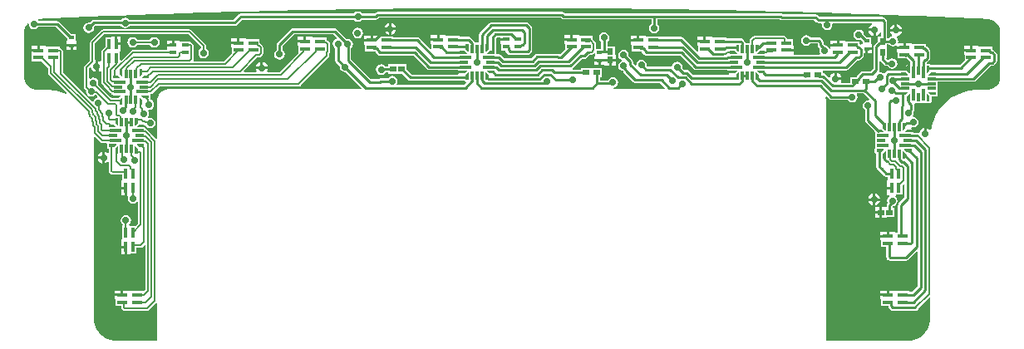
<source format=gtl>
G04*
G04 #@! TF.GenerationSoftware,Altium Limited,Altium Designer,21.6.4 (81)*
G04*
G04 Layer_Physical_Order=1*
G04 Layer_Color=255*
%FSLAX25Y25*%
%MOIN*%
G70*
G04*
G04 #@! TF.SameCoordinates,FEAF3D2B-D975-464B-86DB-8C6995E3C2F8*
G04*
G04*
G04 #@! TF.FilePolarity,Positive*
G04*
G01*
G75*
%ADD10C,0.00787*%
%ADD27R,0.03937X0.01575*%
%ADD28R,0.01575X0.03937*%
%ADD29C,0.00394*%
%ADD30R,0.03543X0.01181*%
%ADD31R,0.01181X0.03543*%
%ADD32R,0.05118X0.01181*%
%ADD33R,0.01181X0.03543*%
%ADD34R,0.03543X0.01181*%
%ADD35R,0.01181X0.05118*%
%ADD36R,0.02756X0.02362*%
%ADD37R,0.02559X0.02441*%
%ADD38R,0.02362X0.02756*%
%ADD39R,0.02441X0.02559*%
%ADD40R,0.02756X0.01575*%
%ADD41R,0.01968X0.01575*%
%ADD42C,0.01000*%
%ADD43C,0.00591*%
%ADD44C,0.00984*%
%ADD45C,0.02756*%
G36*
X210532Y134236D02*
X214369Y134231D01*
X218207Y134222D01*
X222045Y134210D01*
X222045Y134210D01*
X225881Y134194D01*
X229718Y134174D01*
X233556Y134151D01*
X237391Y134125D01*
X237391Y134125D01*
X241228Y134094D01*
X245063Y134061D01*
X248898Y134023D01*
X252731Y133983D01*
X252731Y133983D01*
X256566Y133939D01*
X260399Y133891D01*
X264230Y133839D01*
X268062Y133784D01*
X271893Y133726D01*
X271893Y133726D01*
X275722Y133664D01*
X279551Y133598D01*
X283378Y133529D01*
X287206Y133457D01*
X287206D01*
X291030Y133381D01*
X294855Y133301D01*
X298679Y133218D01*
X302500Y133131D01*
X302500Y133131D01*
X306321Y133041D01*
X310140Y132947D01*
X313958Y132850D01*
X317774Y132749D01*
X321588Y132644D01*
X325402Y132537D01*
X329214Y132425D01*
X329214Y132425D01*
X333023Y132310D01*
X336831Y132192D01*
X340638Y132070D01*
X340639D01*
X344442Y131944D01*
X344442Y131944D01*
X348246Y131815D01*
X352046Y131683D01*
X352046Y131683D01*
X355845Y131547D01*
X359642Y131407D01*
X363436Y131264D01*
X367229Y131118D01*
X371018Y130968D01*
X374806Y130814D01*
X378592Y130657D01*
X382375Y130497D01*
X386157Y130333D01*
X386157D01*
X389934Y130165D01*
X393711Y129994D01*
X397484Y129820D01*
X397484Y129820D01*
X397971Y129797D01*
X398918Y129568D01*
X399806Y129163D01*
X400600Y128598D01*
X401273Y127893D01*
X401801Y127073D01*
X402164Y126168D01*
X402348Y125210D01*
X402348Y124723D01*
X402348Y106702D01*
Y106199D01*
X402152Y105213D01*
X401767Y104285D01*
X401209Y103449D01*
X400498Y102738D01*
X399662Y102180D01*
X398734Y101795D01*
X397748Y101599D01*
X397246Y101599D01*
X393702D01*
X393689Y101596D01*
X393676Y101598D01*
X392466Y101559D01*
X392427Y101550D01*
X392387Y101552D01*
X389987Y101236D01*
X389937Y101219D01*
X389884Y101216D01*
X387546Y100590D01*
X387499Y100566D01*
X387447Y100556D01*
X385211Y99629D01*
X385167Y99600D01*
X385117Y99583D01*
X383020Y98373D01*
X382981Y98338D01*
X382933Y98314D01*
X381013Y96841D01*
X380978Y96801D01*
X380934Y96772D01*
X379222Y95060D01*
X379193Y95016D01*
X379153Y94981D01*
X377680Y93061D01*
X377656Y93014D01*
X377622Y92974D01*
X376411Y90878D01*
X376394Y90828D01*
X376365Y90783D01*
X375439Y88547D01*
X375428Y88495D01*
X375405Y88448D01*
X374778Y86110D01*
X374775Y86057D01*
X374758Y86007D01*
X374688Y85476D01*
X374168Y85355D01*
X374050Y85531D01*
X373263Y86057D01*
X372836Y86142D01*
Y83817D01*
X371836D01*
Y86142D01*
X371408Y86057D01*
X370621Y85531D01*
X370096Y84745D01*
X370032Y84426D01*
X369466Y84143D01*
X369230Y84190D01*
X368100D01*
X367628Y84258D01*
X367514Y84455D01*
X366947D01*
Y84364D01*
X363994D01*
Y84600D01*
X364939Y85545D01*
X366947D01*
Y85455D01*
X367265D01*
X367022Y85818D01*
X366626Y86082D01*
X366797Y86523D01*
X367594Y86365D01*
X368397Y86525D01*
X369078Y86980D01*
X369533Y87661D01*
X369693Y88464D01*
X369533Y89268D01*
X369078Y89949D01*
X368397Y90404D01*
X367684Y90546D01*
X367491Y90831D01*
X367411Y91037D01*
X367578Y91287D01*
X367738Y92090D01*
X367587Y92847D01*
X367777Y93130D01*
X367869Y93591D01*
Y95381D01*
X367810Y95676D01*
X367914Y95851D01*
X368280Y96175D01*
X372792D01*
Y96175D01*
X372800Y96181D01*
X372898Y96162D01*
X374079D01*
X374345Y96214D01*
X374570Y96365D01*
X374721Y96590D01*
X374774Y96856D01*
Y98721D01*
X376639D01*
X376904Y98774D01*
X377130Y98924D01*
X377280Y99149D01*
X377333Y99415D01*
Y100596D01*
X377313Y100695D01*
X377320Y100703D01*
X377320D01*
Y104707D01*
X391661D01*
X391661Y104707D01*
X392122Y104799D01*
X392513Y105060D01*
X398485Y111032D01*
X399150D01*
X399150Y111032D01*
X399611Y111124D01*
X400002Y111385D01*
X400749Y112132D01*
X400749Y112132D01*
X401010Y112523D01*
X401102Y112984D01*
Y115615D01*
X401010Y116076D01*
X400749Y116466D01*
X400749Y116466D01*
X400002Y117214D01*
X399611Y117475D01*
X399303Y117536D01*
Y118681D01*
X394084D01*
X393717Y119000D01*
X393717Y119000D01*
X393717Y119000D01*
X391248D01*
Y117213D01*
X390748D01*
Y116713D01*
X387779D01*
Y115425D01*
X388098D01*
Y113353D01*
X386192Y111446D01*
X374620D01*
X374570Y111520D01*
X374345Y111671D01*
X374079Y111724D01*
X373359D01*
X372905Y112224D01*
X372910Y112305D01*
X373301Y112566D01*
X374048Y113313D01*
X374048Y113313D01*
X374309Y113704D01*
X374401Y114165D01*
Y116957D01*
X374309Y117418D01*
X374048Y117809D01*
X374048Y117809D01*
X373463Y118395D01*
X373463Y118395D01*
X372919Y118938D01*
X372602Y119150D01*
Y119862D01*
X367384D01*
X367016Y120181D01*
X367016Y120181D01*
X367016Y120181D01*
X364547D01*
Y118394D01*
X364047D01*
Y117894D01*
X361079D01*
Y116606D01*
X361398D01*
Y114012D01*
X364234D01*
X364350Y113989D01*
X364467Y114012D01*
X364994D01*
X366379Y112626D01*
Y112182D01*
X366312Y111711D01*
X366115Y111597D01*
Y111029D01*
X366206D01*
Y108077D01*
X365969D01*
X365024Y109021D01*
Y109742D01*
X364510D01*
X364568Y109655D01*
X364546Y109541D01*
X364294Y109165D01*
X362465D01*
X362200Y109112D01*
X362158Y109084D01*
X357543D01*
X357082Y108992D01*
X356692Y108731D01*
X356086Y108125D01*
X355715Y108004D01*
X355403Y108091D01*
X354911Y108419D01*
X354108Y108579D01*
X354059Y108569D01*
X353759Y109019D01*
X353810Y109096D01*
X353902Y109557D01*
Y112701D01*
X354012Y112780D01*
X354401Y112889D01*
X355892Y111399D01*
X355892Y111399D01*
X356282Y111138D01*
X356743Y111046D01*
X357158D01*
X357570Y110430D01*
X358251Y109975D01*
X359054Y109815D01*
X359858Y109975D01*
X360539Y110430D01*
X360994Y111111D01*
X361154Y111915D01*
X360994Y112718D01*
X360539Y113399D01*
X359858Y113854D01*
X359054Y114014D01*
X358251Y113854D01*
X357653Y113455D01*
X357242D01*
X356713Y113984D01*
X356920Y114484D01*
X357016D01*
Y118602D01*
X357016Y118602D01*
Y118814D01*
X357016D01*
X357016Y119102D01*
Y119712D01*
X357685D01*
X357843Y119475D01*
X358524Y119020D01*
X359328Y118860D01*
X360131Y119020D01*
X360579Y119319D01*
X361079Y119052D01*
Y118894D01*
X363547D01*
Y120181D01*
X361666D01*
X361349Y120568D01*
X361427Y120960D01*
X361267Y121763D01*
X360812Y122444D01*
X360943Y122958D01*
X361495Y123068D01*
X362282Y123594D01*
X362807Y124380D01*
X362893Y124808D01*
X358242D01*
X358328Y124380D01*
X358853Y123594D01*
X358991Y123502D01*
X358885Y122971D01*
X358524Y122899D01*
X357843Y122444D01*
X357627Y122121D01*
X357072D01*
Y128850D01*
X356980Y129310D01*
X356719Y129701D01*
X356719Y129701D01*
X356133Y130287D01*
X355743Y130548D01*
X355282Y130640D01*
X355282Y130640D01*
X329926D01*
X329088Y131478D01*
X328697Y131739D01*
X328236Y131830D01*
X328236Y131830D01*
X315209D01*
X314908Y132031D01*
X314447Y132123D01*
X314447Y132123D01*
X227769D01*
X227529Y132363D01*
X227138Y132625D01*
X226677Y132716D01*
X226677Y132716D01*
X152663D01*
X152202Y132625D01*
X151812Y132363D01*
X151812Y132363D01*
X151487Y132039D01*
X146518D01*
X146330Y132319D01*
X145649Y132775D01*
X144846Y132934D01*
X144042Y132775D01*
X143361Y132319D01*
X143174Y132039D01*
X97800D01*
X97340Y131948D01*
X96949Y131686D01*
X96949Y131686D01*
X94814Y129552D01*
X53073D01*
X52934Y129760D01*
X52253Y130215D01*
X51450Y130375D01*
X50646Y130215D01*
X49965Y129760D01*
X49826Y129552D01*
X38881D01*
X38881Y129552D01*
X38420Y129460D01*
X38029Y129199D01*
X37171Y128341D01*
X36841Y128407D01*
X36037Y128247D01*
X35356Y127792D01*
X34901Y127111D01*
X34741Y126307D01*
X34901Y125504D01*
X35356Y124823D01*
X36037Y124368D01*
X36841Y124208D01*
X37644Y124368D01*
X38325Y124823D01*
X38780Y125504D01*
X38940Y126307D01*
X38874Y126638D01*
X39380Y127144D01*
X49729D01*
X49965Y126791D01*
X50646Y126336D01*
X51450Y126176D01*
X52253Y126336D01*
X52934Y126791D01*
X53170Y127144D01*
X95313D01*
X95313Y127144D01*
X95774Y127235D01*
X96165Y127496D01*
X98299Y129631D01*
X143174D01*
X143361Y129350D01*
X144042Y128895D01*
X144846Y128736D01*
X145649Y128895D01*
X146330Y129350D01*
X146518Y129631D01*
X151986D01*
X151986Y129631D01*
X152447Y129722D01*
X152838Y129983D01*
X153162Y130308D01*
X226178D01*
X226419Y130067D01*
X226419Y130067D01*
X226810Y129806D01*
X227270Y129715D01*
X262442D01*
Y127924D01*
X262096Y127692D01*
X261641Y127011D01*
X261481Y126208D01*
X261641Y125404D01*
X262096Y124723D01*
X262777Y124268D01*
X263580Y124108D01*
X264384Y124268D01*
X265065Y124723D01*
X265520Y125404D01*
X265680Y126208D01*
X265520Y127011D01*
X265065Y127692D01*
X264850Y127835D01*
Y129715D01*
X313979D01*
X314279Y129514D01*
X314740Y129422D01*
X314740Y129422D01*
X327737D01*
X328575Y128584D01*
X328575Y128584D01*
X328966Y128323D01*
X329427Y128231D01*
X329427Y128231D01*
X330641D01*
X330958Y127845D01*
X330877Y127440D01*
X331037Y126637D01*
X331492Y125956D01*
X332173Y125501D01*
X332977Y125341D01*
X333780Y125501D01*
X334461Y125956D01*
X334916Y126637D01*
X335076Y127440D01*
X334996Y127845D01*
X335313Y128231D01*
X350945D01*
X351008Y127734D01*
X350221Y127208D01*
X349696Y126422D01*
X349611Y125994D01*
X351936D01*
Y125494D01*
X352436D01*
Y123169D01*
X352864Y123254D01*
X353650Y123780D01*
X354164Y124548D01*
X354201Y124555D01*
X354663Y124445D01*
Y122932D01*
X353292D01*
Y120969D01*
X353109Y120847D01*
X353109Y120847D01*
X351846Y119584D01*
X351585Y119193D01*
X351493Y118732D01*
X351493Y118732D01*
Y110055D01*
X350385Y108948D01*
X347271D01*
X346810Y108856D01*
X346419Y108595D01*
X346419Y108595D01*
X345150Y107326D01*
X344889Y106936D01*
X344861Y106791D01*
X344693Y106623D01*
X342278D01*
Y104272D01*
X338677D01*
X338441Y104713D01*
X338643Y105014D01*
X338728Y105442D01*
X336403D01*
Y105942D01*
X335903D01*
Y108267D01*
X335475Y108182D01*
X334688Y107657D01*
X334162Y106870D01*
X334087Y106489D01*
X333608Y106344D01*
X332231Y107721D01*
X331840Y107982D01*
X331379Y108074D01*
X331365Y108548D01*
Y109258D01*
X340626D01*
X340626Y109258D01*
X341086Y109350D01*
X341477Y109611D01*
X345079Y113213D01*
X345745D01*
X345745Y113213D01*
X346206Y113305D01*
X346596Y113566D01*
X347344Y114313D01*
X347344Y114313D01*
X347605Y114704D01*
X347696Y115165D01*
Y116113D01*
X348394D01*
Y117901D01*
X348895D01*
Y118401D01*
X350879D01*
Y119688D01*
X350560D01*
Y122519D01*
X348932D01*
X347671Y123780D01*
X347566Y124307D01*
X347111Y124988D01*
X346430Y125443D01*
X345627Y125603D01*
X344823Y125443D01*
X344142Y124988D01*
X343687Y124307D01*
X343527Y123503D01*
X343687Y122700D01*
X344142Y122019D01*
X344823Y121564D01*
X345627Y121404D01*
X346430Y121564D01*
X346461Y121584D01*
X347229Y120816D01*
Y120056D01*
X346910Y119688D01*
D01*
X346410Y119519D01*
X346206Y119656D01*
X345898Y119717D01*
Y120862D01*
X340679D01*
X340311Y121181D01*
X340311Y121181D01*
X340311Y121181D01*
X337842D01*
Y119394D01*
X337343D01*
Y118894D01*
X334374D01*
Y117794D01*
X333874Y117745D01*
X333807Y118080D01*
X333352Y118762D01*
X332671Y119217D01*
X331966Y119357D01*
X331500Y119823D01*
Y120511D01*
X331408Y120972D01*
X331147Y121363D01*
X331147Y121363D01*
X330440Y122070D01*
X330050Y122331D01*
X329589Y122423D01*
X329589Y122423D01*
X326283D01*
X326096Y122703D01*
X325414Y123158D01*
X324611Y123318D01*
X323808Y123158D01*
X323127Y122703D01*
X322671Y122022D01*
X322512Y121218D01*
X322671Y120415D01*
X323127Y119734D01*
X323808Y119279D01*
X324611Y119119D01*
X325414Y119279D01*
X326096Y119734D01*
X326283Y120014D01*
X329090D01*
X329092Y120012D01*
Y119324D01*
X329092Y119324D01*
X329183Y118863D01*
X329444Y118472D01*
X329913Y118004D01*
X329768Y117277D01*
X329928Y116474D01*
X330175Y116104D01*
X329908Y115604D01*
X319504D01*
Y116799D01*
X316535D01*
Y117799D01*
X319504D01*
Y119087D01*
X319185D01*
Y121681D01*
X316940D01*
Y121823D01*
X316865Y122204D01*
X316649Y122527D01*
X316419Y122756D01*
X316419Y122757D01*
X316235Y122941D01*
X315912Y123157D01*
X315531Y123232D01*
X303865D01*
X303484Y123157D01*
X303161Y122941D01*
X302219Y121998D01*
X302003Y121675D01*
X301927Y121294D01*
Y120289D01*
X300099D01*
Y120310D01*
X300008Y120771D01*
X299747Y121162D01*
X299747Y121162D01*
X299162Y121747D01*
X298771Y122008D01*
X298310Y122100D01*
X298310Y122100D01*
X294258D01*
X294258Y122100D01*
X294032Y122055D01*
X292465D01*
Y122319D01*
X287246D01*
X286878Y122638D01*
X286878Y122638D01*
X286878Y122638D01*
X284409D01*
Y120850D01*
X283910D01*
Y120350D01*
X280941D01*
Y119063D01*
X281260D01*
Y116993D01*
X280760Y116786D01*
X275211Y122335D01*
X274820Y122596D01*
X274359Y122688D01*
X274359Y122688D01*
X265744D01*
Y122772D01*
X260525D01*
X260157Y123091D01*
X260157Y123091D01*
X260157Y123091D01*
X257689D01*
Y121303D01*
X257189D01*
Y120803D01*
X254221D01*
Y119516D01*
X254539D01*
Y116921D01*
X257951D01*
X258067Y116898D01*
X258668D01*
X258726Y116608D01*
X258987Y116218D01*
X259741Y115463D01*
X260132Y115202D01*
X260593Y115111D01*
X260593Y115111D01*
X274007D01*
X279430Y109688D01*
X279430Y109688D01*
X279821Y109427D01*
X280281Y109335D01*
X280281Y109335D01*
X292709D01*
X293186Y109281D01*
X293300Y109084D01*
X293868D01*
Y109175D01*
X296820D01*
Y108939D01*
X295875Y107994D01*
X293868D01*
Y108084D01*
X293550D01*
X293655Y107926D01*
X293402Y107426D01*
X279219D01*
X277572Y109073D01*
X277181Y109334D01*
X276721Y109426D01*
X276721Y109426D01*
X275670D01*
X274870Y110226D01*
X274935Y110557D01*
X274776Y111360D01*
X274320Y112041D01*
X273639Y112496D01*
X272836Y112656D01*
X272032Y112496D01*
X271352Y112041D01*
X270896Y111360D01*
X270839Y111074D01*
X270796Y111014D01*
X270260Y110726D01*
X270083Y110761D01*
X270083Y110761D01*
X260911D01*
X260578Y111135D01*
X260632Y111408D01*
X260473Y112211D01*
X260018Y112892D01*
X259336Y113347D01*
X258533Y113507D01*
X257730Y113347D01*
X257049Y112892D01*
X256593Y112211D01*
X256450Y111491D01*
X255997Y111238D01*
X255132Y112102D01*
Y112772D01*
X255041Y113233D01*
X254780Y113623D01*
X254779Y113623D01*
X253322Y115080D01*
X253388Y115411D01*
X253228Y116214D01*
X252773Y116895D01*
X252092Y117350D01*
X251289Y117510D01*
X250485Y117350D01*
X249804Y116895D01*
X249349Y116214D01*
X249189Y115411D01*
X249349Y114607D01*
X249804Y113926D01*
X250455Y113491D01*
X250480Y113295D01*
X250477Y113172D01*
X250448Y112969D01*
X249790Y112529D01*
X249335Y111848D01*
X249175Y111045D01*
X249335Y110241D01*
X249790Y109560D01*
X250471Y109105D01*
X251108Y108979D01*
X251185Y108591D01*
X251446Y108201D01*
X255078Y104569D01*
X255078Y104569D01*
X255468Y104308D01*
X255929Y104216D01*
X265981D01*
X267947Y102250D01*
X267756Y101788D01*
X247188D01*
X247139Y102288D01*
X247807Y102421D01*
X248488Y102876D01*
X248943Y103558D01*
X249103Y104361D01*
X248943Y105164D01*
X248488Y105845D01*
X247807Y106300D01*
X247003Y106460D01*
X246200Y106300D01*
X245519Y105845D01*
X245072Y105176D01*
X241850D01*
Y106555D01*
X242704D01*
Y110280D01*
X238586D01*
Y110280D01*
X238374D01*
Y110280D01*
X234256D01*
Y109622D01*
X231007D01*
X230855Y110122D01*
X230919Y110164D01*
X234625Y113871D01*
X235543D01*
X235543Y113871D01*
X236004Y113962D01*
X236395Y114223D01*
X237558Y115386D01*
X237691D01*
X238152Y115478D01*
X238327Y115595D01*
X238566D01*
X238947Y115671D01*
X239269Y115887D01*
X239592Y116209D01*
X240054Y116018D01*
Y114958D01*
X239735D01*
Y113670D01*
X241720D01*
Y113170D01*
X242220D01*
Y111383D01*
X243704D01*
X243840Y111056D01*
X245560D01*
Y113336D01*
X246060D01*
Y113836D01*
X248281D01*
Y115615D01*
X247962D01*
Y118761D01*
X244766D01*
Y120703D01*
X245046Y120890D01*
X245501Y121572D01*
X245661Y122375D01*
X245501Y123178D01*
X245046Y123860D01*
X244365Y124315D01*
X243562Y124474D01*
X242758Y124315D01*
X242077Y123860D01*
X241622Y123178D01*
X241462Y122375D01*
X241622Y121572D01*
X242077Y120890D01*
X242358Y120703D01*
Y117997D01*
X241936Y117913D01*
X241750Y117788D01*
X240405D01*
Y119896D01*
X240329Y120277D01*
X240113Y120600D01*
X239020Y121694D01*
Y123047D01*
X233801D01*
X233433Y123366D01*
X233433Y123366D01*
X233433Y123366D01*
X230965D01*
Y121579D01*
X230465D01*
Y121079D01*
X227496D01*
Y119791D01*
X227815D01*
Y117719D01*
X225867Y115771D01*
X225380D01*
X225344Y115795D01*
X224884Y115887D01*
X224884Y115887D01*
X216513D01*
X216513Y115887D01*
X216053Y115795D01*
X215662Y115534D01*
X215662Y115534D01*
X214259Y114131D01*
X203333D01*
X202148Y115316D01*
X201757Y115577D01*
X201296Y115669D01*
X201296Y115669D01*
X200798D01*
X200377Y115945D01*
Y117126D01*
X200325Y117392D01*
X200174Y117617D01*
X200100Y117667D01*
Y122113D01*
X200527Y122540D01*
X201953D01*
Y122169D01*
X204331D01*
Y121169D01*
X201953D01*
Y119882D01*
X202272D01*
Y117287D01*
X203959D01*
X204048Y116838D01*
X204309Y116448D01*
X204927Y115830D01*
X204927Y115830D01*
X205318Y115568D01*
X205779Y115477D01*
X205779Y115477D01*
X210966D01*
X210966Y115477D01*
X211128Y115509D01*
X212897D01*
X212897Y115509D01*
X213358Y115601D01*
X213749Y115862D01*
X214359Y116472D01*
X214359Y116472D01*
X214620Y116863D01*
X214712Y117324D01*
X214712Y117324D01*
Y126117D01*
X214712Y126117D01*
X214620Y126578D01*
X214359Y126969D01*
X213159Y128169D01*
X212768Y128430D01*
X212307Y128522D01*
X212307Y128522D01*
X207728D01*
X207723Y128523D01*
X207723Y128523D01*
X198315D01*
X197854Y128431D01*
X197463Y128170D01*
X197463Y128170D01*
X193713Y124420D01*
X193452Y124030D01*
X193360Y123569D01*
X193360Y123569D01*
Y120366D01*
X191709D01*
X191650Y120662D01*
X191389Y121053D01*
X190012Y122430D01*
X189621Y122691D01*
X189160Y122783D01*
X189160Y122783D01*
X185571D01*
Y123047D01*
X180352D01*
X179984Y123366D01*
X179984Y123366D01*
X179984Y123366D01*
X177516D01*
Y121579D01*
X177016D01*
Y121079D01*
X174047D01*
Y119791D01*
X174366D01*
Y117915D01*
X173904Y117724D01*
X169474Y122155D01*
X169083Y122416D01*
X168622Y122507D01*
X168622Y122507D01*
X158846D01*
Y122772D01*
X153628D01*
X153260Y123091D01*
X153260Y123091D01*
X153260Y123091D01*
X150791D01*
Y121303D01*
X150291D01*
Y120803D01*
X147323D01*
Y119516D01*
X147642D01*
Y116921D01*
X151053D01*
X151169Y116898D01*
X151771D01*
X151828Y116608D01*
X152089Y116218D01*
X152844Y115463D01*
X153234Y115202D01*
X153695Y115111D01*
X153695Y115111D01*
X167048D01*
X172434Y109725D01*
X172434Y109725D01*
X172825Y109464D01*
X173286Y109372D01*
X184747D01*
X184817Y109332D01*
X184880Y109269D01*
X184942Y109161D01*
X185510D01*
Y109252D01*
X188462D01*
Y109016D01*
X187517Y108071D01*
X185510D01*
Y108161D01*
X185192D01*
X185297Y108003D01*
X185044Y107503D01*
X166376D01*
X164218Y109662D01*
Y111762D01*
X156832D01*
Y110913D01*
X155723D01*
X155637Y111040D01*
X154956Y111495D01*
X154153Y111655D01*
X153349Y111495D01*
X152668Y111040D01*
X152213Y110359D01*
X152053Y109556D01*
X152213Y108753D01*
X152668Y108071D01*
X153349Y107616D01*
X154153Y107457D01*
X154956Y107616D01*
X155637Y108071D01*
X155926Y108504D01*
X156832D01*
Y107959D01*
X162515D01*
X165026Y105448D01*
X165026Y105448D01*
X165417Y105187D01*
X165878Y105095D01*
X187528D01*
X187578Y105021D01*
X187803Y104870D01*
X187969Y104837D01*
X188214Y104375D01*
X187316Y103477D01*
X160627D01*
X160392Y103918D01*
X160529Y104123D01*
X160688Y104927D01*
X160529Y105730D01*
X160073Y106411D01*
X159392Y106866D01*
X158589Y107026D01*
X157786Y106866D01*
X157105Y106411D01*
X156917Y106131D01*
X154037D01*
X154037Y106131D01*
X153577Y106039D01*
X153186Y105778D01*
X153186Y105778D01*
X153073Y105665D01*
X149994D01*
X142006Y113654D01*
Y118096D01*
X142234Y118249D01*
X142689Y118930D01*
X142849Y119734D01*
X142689Y120537D01*
X142234Y121218D01*
X141553Y121673D01*
X140750Y121833D01*
X140419Y121767D01*
X136395Y125792D01*
X136004Y126053D01*
X135543Y126145D01*
X135543Y126144D01*
X118741D01*
X118280Y126053D01*
X117889Y125792D01*
X112474Y120377D01*
X112213Y119986D01*
X112121Y119525D01*
X112121Y119525D01*
Y117375D01*
X111841Y117188D01*
X111386Y116507D01*
X111226Y115704D01*
X111386Y114900D01*
X111841Y114219D01*
X112522Y113764D01*
X113326Y113604D01*
X114129Y113764D01*
X114810Y114219D01*
X115265Y114900D01*
X115425Y115704D01*
X115265Y116507D01*
X114810Y117188D01*
X114530Y117375D01*
Y119026D01*
X119240Y123736D01*
X135044D01*
X136367Y122413D01*
X136203Y121871D01*
X135967Y121824D01*
X135286Y121369D01*
X134831Y120688D01*
X134671Y119884D01*
X134831Y119081D01*
X135286Y118400D01*
X135566Y118212D01*
Y113433D01*
X135566Y113433D01*
X135658Y112972D01*
X135919Y112581D01*
X137582Y110918D01*
X137517Y110587D01*
X137676Y109784D01*
X138131Y109103D01*
X138812Y108648D01*
X139616Y108488D01*
X139946Y108554D01*
X146250Y102250D01*
X146059Y101788D01*
X69096Y101788D01*
X69076Y101785D01*
X69056Y101787D01*
X68671Y101769D01*
X68613Y101754D01*
X68553D01*
X67796Y101603D01*
X67723Y101573D01*
X67646Y101558D01*
X66933Y101262D01*
X66867Y101218D01*
X66794Y101188D01*
X66152Y100759D01*
X66096Y100704D01*
X66031Y100660D01*
X65485Y100114D01*
X65441Y100048D01*
X65385Y99992D01*
X64956Y99351D01*
X64926Y99277D01*
X64882Y99212D01*
X64587Y98499D01*
X64571Y98421D01*
X64541Y98348D01*
X64390Y97591D01*
Y97532D01*
X64376Y97474D01*
X64357Y97088D01*
X64372Y96991D01*
Y81898D01*
X64350Y81881D01*
X63872Y81717D01*
X60917Y84671D01*
X60911Y84680D01*
X60214Y85377D01*
X59891Y85593D01*
X59760Y85619D01*
Y86206D01*
X60127Y86562D01*
X60680Y86192D01*
X61484Y86032D01*
X62287Y86192D01*
X62968Y86647D01*
X63423Y87328D01*
X63583Y88131D01*
X63423Y88935D01*
X62968Y89616D01*
X62287Y90071D01*
X61484Y90231D01*
X60767Y90088D01*
X60550Y90297D01*
X60437Y90494D01*
X60772Y90995D01*
X60931Y91798D01*
X60772Y92601D01*
X60528Y92966D01*
X60829Y93416D01*
X60971Y93388D01*
X61775Y93547D01*
X62456Y94003D01*
X62911Y94684D01*
X63071Y95487D01*
X62911Y96290D01*
X62456Y96972D01*
X61775Y97427D01*
X61670Y97448D01*
X61602Y97788D01*
X61504Y97935D01*
X61536Y98095D01*
Y99277D01*
X61557Y99657D01*
X61938Y99733D01*
X62261Y99949D01*
X65188Y102876D01*
X121069D01*
X121450Y102952D01*
X121773Y103167D01*
X133006Y114401D01*
X133222Y114724D01*
X133298Y115105D01*
Y116119D01*
X133435Y116325D01*
X133511Y116706D01*
Y119943D01*
X133435Y120324D01*
X133220Y120647D01*
X132660Y121207D01*
X132337Y121423D01*
X132126Y121465D01*
Y122319D01*
X126907D01*
X126539Y122638D01*
X126539Y122638D01*
X126539Y122638D01*
X124071D01*
Y120850D01*
X123571D01*
Y120350D01*
X120602D01*
Y119063D01*
X120921D01*
Y116469D01*
X120921D01*
X121028Y116211D01*
X113360Y108543D01*
X108539D01*
X108272Y109043D01*
X108465Y109332D01*
X108550Y109760D01*
X103900D01*
X103985Y109332D01*
X104178Y109043D01*
X103911Y108543D01*
X99183D01*
X98992Y109005D01*
X104432Y114445D01*
X105168D01*
X105549Y114521D01*
X105872Y114737D01*
X106499Y115364D01*
X106715Y115687D01*
X106791Y116068D01*
Y118530D01*
X106715Y118911D01*
X106499Y119234D01*
X105872Y119861D01*
X105549Y120077D01*
X105405Y120106D01*
Y121681D01*
X100187D01*
X99819Y122000D01*
X99819Y122000D01*
X99819Y122000D01*
X97350D01*
Y120213D01*
X96850D01*
Y119713D01*
X93882D01*
Y118425D01*
X94201D01*
Y116058D01*
X91029Y112885D01*
X79078D01*
X78810Y113385D01*
X78872Y113478D01*
X78948Y113859D01*
Y119048D01*
X78872Y119429D01*
X78656Y119752D01*
X78310Y120098D01*
X77987Y120313D01*
X77606Y120389D01*
X77512D01*
Y120862D01*
X73474D01*
X73106Y121181D01*
X73106Y121181D01*
X73106Y121181D01*
X71228D01*
Y119394D01*
X70728D01*
Y118894D01*
X68350D01*
Y117606D01*
X67904Y117476D01*
X54483D01*
X54102Y117400D01*
X53779Y117184D01*
X49773Y113178D01*
X49311Y113369D01*
Y116634D01*
X49630Y116921D01*
X49630D01*
Y119390D01*
X47842D01*
Y119890D01*
X47343D01*
Y122858D01*
X46055D01*
Y122539D01*
X43461D01*
Y118648D01*
X42161Y117348D01*
X41945Y117025D01*
X41869Y116644D01*
Y113172D01*
X41369Y112905D01*
X40968Y113172D01*
X40541Y113258D01*
Y110932D01*
Y108607D01*
X40968Y108692D01*
X41369Y108960D01*
X41869Y108693D01*
Y104394D01*
X41945Y104013D01*
X42161Y103690D01*
X43016Y102835D01*
X43163Y102615D01*
X45532Y100246D01*
X45855Y100030D01*
X45987Y100004D01*
Y99383D01*
X45987D01*
X46204Y99005D01*
X46033Y98523D01*
X46011Y98515D01*
X45640Y98475D01*
X40593Y103521D01*
X40740Y104257D01*
X40580Y105060D01*
X40125Y105741D01*
X39444Y106196D01*
X38640Y106356D01*
X37837Y106196D01*
X37458Y105943D01*
X36958Y106210D01*
Y110031D01*
X37309Y110330D01*
X37765Y110183D01*
X37801Y110005D01*
X38326Y109218D01*
X39113Y108692D01*
X39541Y108607D01*
Y110932D01*
Y113481D01*
X39374Y113618D01*
Y120119D01*
X42939Y123684D01*
X76819D01*
X81860Y118643D01*
Y118017D01*
X81371Y117690D01*
X80916Y117009D01*
X80756Y116206D01*
X80916Y115402D01*
X81371Y114721D01*
X82052Y114266D01*
X82856Y114107D01*
X83659Y114266D01*
X84340Y114721D01*
X84795Y115402D01*
X84955Y116206D01*
X84795Y117009D01*
X84340Y117690D01*
X83851Y118017D01*
Y119055D01*
X83776Y119436D01*
X83560Y119759D01*
X77935Y125384D01*
X77612Y125600D01*
X77231Y125675D01*
X42527D01*
X42146Y125600D01*
X41823Y125384D01*
X37674Y121236D01*
X37459Y120913D01*
X37383Y120532D01*
Y113284D01*
X35258Y111160D01*
X35043Y110837D01*
X34967Y110456D01*
Y102367D01*
X35043Y101986D01*
X35258Y101663D01*
X35766Y101155D01*
X35701Y100827D01*
X35861Y100023D01*
X36316Y99342D01*
X36997Y98887D01*
X37800Y98727D01*
X38604Y98887D01*
X39285Y99342D01*
X39813Y99314D01*
X40343Y98785D01*
X40178Y98242D01*
X39899Y98187D01*
X39217Y97732D01*
X38762Y97051D01*
X38713Y96804D01*
X38235Y96659D01*
X26684Y108210D01*
Y116867D01*
X26608Y117248D01*
X26392Y117571D01*
X26046Y117917D01*
X25723Y118132D01*
X25342Y118208D01*
X25287D01*
Y118681D01*
X20069D01*
X19701Y119000D01*
X19701Y119000D01*
X19701Y119000D01*
X17232D01*
Y117213D01*
X16732D01*
Y116713D01*
X13764D01*
Y115425D01*
X14083D01*
Y112831D01*
X17974D01*
X20564Y110241D01*
Y108063D01*
X20639Y107682D01*
X20855Y107359D01*
X27949Y100266D01*
X27665Y99842D01*
X25942Y100556D01*
X25890Y100566D01*
X25842Y100590D01*
X23504Y101216D01*
X23451Y101219D01*
X23401Y101236D01*
X21001Y101552D01*
X20962Y101550D01*
X20923Y101559D01*
X19713Y101598D01*
X19700Y101596D01*
X19686Y101599D01*
X15641Y101599D01*
X14655Y101795D01*
X13726Y102180D01*
X12890Y102738D01*
X12179Y103449D01*
X11621Y104285D01*
X11236Y105213D01*
X11040Y106199D01*
X11040Y106702D01*
Y124723D01*
Y125210D01*
X11225Y126168D01*
X11588Y127073D01*
X12115Y127893D01*
X12298Y128084D01*
X12760Y127844D01*
X12760Y127843D01*
X12919Y127040D01*
X13374Y126359D01*
X14056Y125904D01*
X14859Y125744D01*
X15662Y125904D01*
X16343Y126359D01*
X16531Y126639D01*
X23623D01*
X28396Y121866D01*
Y121076D01*
X28077D01*
Y119789D01*
X32046D01*
Y121076D01*
X31727D01*
Y123907D01*
X29762D01*
X24973Y128695D01*
X24582Y128956D01*
X24122Y129048D01*
X24122Y129048D01*
X16686D01*
X16456Y129359D01*
X16641Y129854D01*
X19678Y129994D01*
X23455Y130165D01*
X27232Y130333D01*
X27232Y130333D01*
X31014Y130497D01*
X34797Y130657D01*
X38583Y130814D01*
X42371Y130968D01*
X46160Y131118D01*
X49952Y131264D01*
X53747Y131407D01*
X57543Y131547D01*
X61343Y131683D01*
X61343Y131683D01*
X65143Y131815D01*
X68946Y131944D01*
X68946Y131944D01*
X72750Y132070D01*
X72750D01*
X76557Y132192D01*
X80365Y132310D01*
X84175Y132425D01*
X87987Y132537D01*
X91800Y132644D01*
X95615Y132749D01*
X99430Y132850D01*
X103248Y132947D01*
X107067Y133041D01*
X110889Y133131D01*
X110889Y133131D01*
X114710Y133218D01*
X118533Y133301D01*
X122358Y133381D01*
X126183Y133457D01*
X126183D01*
X130010Y133529D01*
X133838Y133598D01*
X137667Y133664D01*
X141496Y133726D01*
X141496Y133726D01*
X145327Y133784D01*
X149158Y133839D01*
X152990Y133891D01*
X156823Y133939D01*
X160657Y133983D01*
X160657Y133983D01*
X164491Y134023D01*
X168325Y134061D01*
X172161Y134094D01*
X175997Y134125D01*
X175997Y134125D01*
X179833Y134151D01*
X183670Y134174D01*
X187507Y134194D01*
X191343Y134210D01*
X191344Y134210D01*
X195182Y134222D01*
X199019Y134231D01*
X202857Y134236D01*
X206694Y134238D01*
X210532Y134236D01*
D02*
G37*
G36*
X189250Y116732D02*
X189014D01*
X188069Y117677D01*
Y119685D01*
X189250D01*
Y116732D01*
D02*
G37*
G36*
X197124Y117677D02*
X196179Y116732D01*
X195943D01*
Y119685D01*
X197124D01*
Y117677D01*
D02*
G37*
G36*
X297608Y116655D02*
X297372D01*
X296427Y117600D01*
Y119608D01*
X297608D01*
Y116655D01*
D02*
G37*
G36*
X305482Y117600D02*
X304537Y116655D01*
X304301D01*
Y119608D01*
X305482D01*
Y117600D01*
D02*
G37*
G36*
X188462Y116181D02*
Y115945D01*
X185510D01*
Y117126D01*
X187517D01*
X188462Y116181D01*
D02*
G37*
G36*
X199683Y115945D02*
X196730D01*
Y116181D01*
X197675Y117126D01*
X199683D01*
Y115945D01*
D02*
G37*
G36*
X296820Y116104D02*
Y115868D01*
X293868D01*
Y117049D01*
X295875D01*
X296820Y116104D01*
D02*
G37*
G36*
X308041Y115868D02*
X305088D01*
Y116104D01*
X306033Y117049D01*
X308041D01*
Y115868D01*
D02*
G37*
G36*
X374079Y109021D02*
X373135Y108077D01*
X372898D01*
Y111029D01*
X374079D01*
Y109021D01*
D02*
G37*
G36*
X199683Y108071D02*
X197675D01*
X196730Y109016D01*
Y109252D01*
X199683D01*
Y108071D01*
D02*
G37*
G36*
X308041Y107994D02*
X306033D01*
X305088Y108939D01*
Y109175D01*
X308041D01*
Y107994D01*
D02*
G37*
G36*
X365418Y107525D02*
Y107289D01*
X362465D01*
Y108470D01*
X364473D01*
X365418Y107525D01*
D02*
G37*
G36*
X376639Y107289D02*
X373686D01*
Y107525D01*
X374631Y108470D01*
X376639D01*
Y107289D01*
D02*
G37*
G36*
X50408Y106757D02*
X50172D01*
X49227Y107702D01*
Y109710D01*
X50408D01*
Y106757D01*
D02*
G37*
G36*
X58282Y107702D02*
X57337Y106757D01*
X57101D01*
Y109710D01*
X58282D01*
Y107702D01*
D02*
G37*
G36*
X49621Y106206D02*
Y105970D01*
X46668D01*
Y107151D01*
X48676D01*
X49621Y106206D01*
D02*
G37*
G36*
X60841Y105970D02*
X57888D01*
Y106206D01*
X58833Y107150D01*
X60841D01*
Y105970D01*
D02*
G37*
G36*
X189250Y105512D02*
X188069D01*
Y107520D01*
X189014Y108465D01*
X189250D01*
Y105512D01*
D02*
G37*
G36*
X197124Y107520D02*
Y105512D01*
X195943D01*
Y108465D01*
X196179D01*
X197124Y107520D01*
D02*
G37*
G36*
X297608Y105435D02*
X296427D01*
Y107443D01*
X297372Y108388D01*
X297608D01*
Y105435D01*
D02*
G37*
G36*
X305482Y107443D02*
Y105435D01*
X304301D01*
Y108387D01*
X304537D01*
X305482Y107443D01*
D02*
G37*
G36*
X365418Y100360D02*
X364473Y99415D01*
X362465D01*
Y100596D01*
X365418D01*
Y100360D01*
D02*
G37*
G36*
X376639Y99415D02*
X374631D01*
X373686Y100360D01*
Y100596D01*
X376639D01*
Y99415D01*
D02*
G37*
G36*
X49621Y99040D02*
X48676Y98096D01*
X46668D01*
Y99277D01*
X49621D01*
Y99040D01*
D02*
G37*
G36*
X60841Y98095D02*
X58833D01*
X57888Y99040D01*
Y99277D01*
X60841D01*
Y98095D01*
D02*
G37*
G36*
X366206Y96856D02*
X365024D01*
Y98864D01*
X365969Y99809D01*
X366206D01*
Y96856D01*
D02*
G37*
G36*
X374079Y98864D02*
Y96856D01*
X372898D01*
Y99809D01*
X373135D01*
X374079Y98864D01*
D02*
G37*
G36*
X349829Y97640D02*
X349583Y97179D01*
X349311Y97233D01*
X348508Y97073D01*
X347827Y96618D01*
X347372Y95937D01*
X347212Y95133D01*
X347372Y94330D01*
X347827Y93649D01*
X348107Y93462D01*
Y89204D01*
X348107Y89204D01*
X348199Y88743D01*
X348460Y88353D01*
X352065Y84748D01*
X352079Y84509D01*
Y84364D01*
X352091Y84303D01*
X352094Y84260D01*
X352094Y84259D01*
Y82289D01*
X352092D01*
Y77777D01*
X352092D01*
X352098Y77770D01*
X352079Y77671D01*
Y76490D01*
X352132Y76224D01*
X352282Y75999D01*
X352507Y75849D01*
X352717Y75807D01*
Y70582D01*
X352717Y70582D01*
X352808Y70122D01*
X353069Y69731D01*
X353991Y68809D01*
X353991Y68809D01*
X355859Y66941D01*
X355859Y66941D01*
X356250Y66680D01*
X356711Y66588D01*
X356711Y66588D01*
X357311D01*
Y65344D01*
X356992Y64976D01*
X356992Y64976D01*
X356992Y64976D01*
Y62508D01*
X358780D01*
Y61508D01*
X356992D01*
Y59039D01*
X357785D01*
X357937Y58539D01*
X357648Y58347D01*
X357193Y57666D01*
X357033Y56862D01*
X357178Y56135D01*
X357109Y56067D01*
X356848Y55676D01*
X356756Y55215D01*
X356756Y55215D01*
Y54507D01*
X354996D01*
Y52286D01*
X354496D01*
D01*
X354996D01*
Y50066D01*
X356776D01*
Y50385D01*
X359921D01*
Y54188D01*
X359165D01*
Y54716D01*
X359231Y54782D01*
X359936Y54923D01*
X360617Y55378D01*
X361072Y56059D01*
X361232Y56862D01*
X361072Y57666D01*
X360617Y58347D01*
X360329Y58539D01*
X360480Y59039D01*
X360567D01*
Y59358D01*
X363161D01*
Y63250D01*
X363494Y63582D01*
X363956Y63391D01*
Y58199D01*
X361747Y55990D01*
X361486Y55599D01*
X361394Y55138D01*
X361394Y55138D01*
Y44264D01*
X360620D01*
X360252Y44583D01*
X360252Y44583D01*
X360252Y44583D01*
X357784D01*
Y42795D01*
X357283D01*
Y42295D01*
X354315D01*
Y41008D01*
X354634D01*
Y38413D01*
X356670D01*
Y34345D01*
X356670Y34345D01*
X356762Y33885D01*
X357023Y33494D01*
X357256Y33261D01*
X357647Y32999D01*
X358107Y32908D01*
X358107Y32908D01*
X364522D01*
X364522Y32908D01*
X364983Y32999D01*
X365373Y33261D01*
X368912Y36799D01*
X369374Y36608D01*
Y22675D01*
X367076Y20378D01*
X365839D01*
Y20642D01*
X360620D01*
X360252Y20961D01*
X360252Y20961D01*
X360252Y20961D01*
X357784D01*
Y19173D01*
X357283D01*
Y18673D01*
X354315D01*
Y17386D01*
X354634D01*
Y14791D01*
X357087D01*
X357548Y14649D01*
X357639Y14188D01*
X357901Y13797D01*
X358486Y13211D01*
X358486Y13211D01*
X358877Y12950D01*
X359338Y12859D01*
X368353D01*
X368814Y12950D01*
X369204Y13211D01*
X369465Y13602D01*
X369507Y13809D01*
X373934Y18236D01*
X374395Y18044D01*
Y9844D01*
Y8953D01*
X374048Y7207D01*
X373367Y5562D01*
X372377Y4081D01*
X371118Y2822D01*
X369638Y1833D01*
X367992Y1151D01*
X366246Y804D01*
X332497D01*
Y97049D01*
X332493Y97068D01*
X332496Y97088D01*
X332477Y97474D01*
X332463Y97532D01*
Y97591D01*
X332312Y98348D01*
X332282Y98421D01*
X332266Y98499D01*
X332230Y98586D01*
X332654Y98870D01*
X333852Y97671D01*
X334243Y97410D01*
X334704Y97319D01*
X341325D01*
X341512Y97038D01*
X342193Y96583D01*
X342997Y96424D01*
X343800Y96583D01*
X344481Y97038D01*
X344936Y97720D01*
X345096Y98523D01*
X344936Y99326D01*
X344761Y99588D01*
X345029Y100088D01*
X347381D01*
X349829Y97640D01*
D02*
G37*
G36*
X50408Y95536D02*
X49227D01*
Y97544D01*
X50172Y98489D01*
X50408D01*
Y95536D01*
D02*
G37*
G36*
X58282Y97544D02*
Y95536D01*
X57101D01*
Y98489D01*
X57337D01*
X58282Y97544D01*
D02*
G37*
G36*
X48646Y87134D02*
X48410D01*
X47465Y88078D01*
Y90086D01*
X48646D01*
Y87134D01*
D02*
G37*
G36*
X56520Y88078D02*
X55575Y87134D01*
X55339D01*
Y90086D01*
X56520D01*
Y88078D01*
D02*
G37*
G36*
X47858Y86582D02*
Y86346D01*
X44905D01*
Y87527D01*
X46913D01*
X47858Y86582D01*
D02*
G37*
G36*
X59079Y86346D02*
X56126D01*
Y86582D01*
X57071Y87527D01*
X59079D01*
Y86346D01*
D02*
G37*
G36*
X356514Y85152D02*
X356277D01*
X355332Y86096D01*
Y88104D01*
X356514D01*
Y85152D01*
D02*
G37*
G36*
X364387Y86096D02*
X363443Y85151D01*
X363206D01*
Y88104D01*
X364387D01*
Y86096D01*
D02*
G37*
G36*
X355726Y84600D02*
Y84364D01*
X352773D01*
Y85545D01*
X354781D01*
X355726Y84600D01*
D02*
G37*
G36*
X47858Y79417D02*
X46913Y78472D01*
X44905D01*
Y79653D01*
X47858D01*
Y79417D01*
D02*
G37*
G36*
X59079Y78472D02*
X57071D01*
X56126Y79417D01*
Y79653D01*
X59079D01*
Y78472D01*
D02*
G37*
G36*
X355726Y77435D02*
X354781Y76490D01*
X352773D01*
Y77671D01*
X355726D01*
Y77435D01*
D02*
G37*
G36*
X366947Y76490D02*
X364939D01*
X363994Y77435D01*
Y77671D01*
X366947D01*
Y76490D01*
D02*
G37*
G36*
X41676Y80303D02*
X41999Y80087D01*
X42380Y80011D01*
X43845D01*
X44211Y79653D01*
Y78472D01*
X44264Y78206D01*
X44414Y77981D01*
X44640Y77831D01*
X44904Y77778D01*
Y76112D01*
X44404Y75972D01*
X43685Y76452D01*
X43257Y76537D01*
Y74212D01*
Y71887D01*
X43685Y71972D01*
X44404Y72452D01*
X44904Y72312D01*
Y68867D01*
X44987Y68447D01*
X45225Y68092D01*
X45686Y67631D01*
X46041Y67393D01*
X46461Y67310D01*
X50224D01*
X50224Y65344D01*
X49905Y64976D01*
X49905Y64896D01*
Y62508D01*
X51693D01*
Y62008D01*
X52193D01*
Y59039D01*
X52399D01*
X52487Y58876D01*
X52616Y58539D01*
X52470Y57806D01*
X52630Y57002D01*
X53085Y56321D01*
X53766Y55866D01*
X54569Y55706D01*
X55373Y55866D01*
X56054Y56321D01*
X56219Y56569D01*
X56719Y56417D01*
Y47812D01*
X55848Y46941D01*
X53162D01*
X53010Y47441D01*
X53230Y47588D01*
X53685Y48269D01*
X53844Y49072D01*
X53685Y49876D01*
X53230Y50557D01*
X52548Y51012D01*
X51745Y51172D01*
X50942Y51012D01*
X50261Y50557D01*
X49806Y49876D01*
X49646Y49072D01*
X49806Y48269D01*
X50261Y47588D01*
X50480Y47441D01*
X50329Y46941D01*
X50224D01*
Y41642D01*
X49905Y41354D01*
X49905D01*
Y38886D01*
X51693D01*
Y38386D01*
X52193D01*
Y35417D01*
X53480D01*
Y35736D01*
X56075D01*
Y37981D01*
X57511D01*
X57891Y38057D01*
X58214Y38273D01*
X59099Y39157D01*
X59561Y38966D01*
Y21343D01*
X59128Y20910D01*
X58752Y20642D01*
Y20642D01*
X58752Y20642D01*
X53533D01*
X53165Y20961D01*
X53165Y20961D01*
X53165Y20961D01*
X50697D01*
Y19173D01*
X50197D01*
Y18673D01*
X47228D01*
Y17386D01*
X47547D01*
Y14791D01*
X49792D01*
Y14217D01*
X49868Y13836D01*
X50084Y13513D01*
X50429Y13167D01*
X50752Y12951D01*
X51133Y12875D01*
X60313D01*
X60694Y12951D01*
X61017Y13167D01*
X63872Y16021D01*
X64350Y15857D01*
X64372Y15840D01*
Y804D01*
X47142D01*
X45396Y1151D01*
X43751Y1833D01*
X42270Y2822D01*
X41011Y4081D01*
X40022Y5562D01*
X39340Y7207D01*
X38993Y8953D01*
Y9844D01*
X38993Y82279D01*
X39082Y82364D01*
X39105Y82378D01*
X39451Y82528D01*
X41676Y80303D01*
D02*
G37*
G36*
X48646Y75913D02*
X47465D01*
Y77921D01*
X48409Y78866D01*
X48646D01*
Y75913D01*
D02*
G37*
G36*
X56520Y77921D02*
Y75913D01*
X55339D01*
Y78866D01*
X55575D01*
X56520Y77921D01*
D02*
G37*
G36*
X356513Y73931D02*
X355332D01*
Y75939D01*
X356277Y76884D01*
X356513D01*
Y73931D01*
D02*
G37*
G36*
X364387Y75939D02*
Y73931D01*
X363206D01*
Y76884D01*
X363443D01*
X364387Y75939D01*
D02*
G37*
%LPC*%
G36*
X158253Y128219D02*
Y126394D01*
X160078D01*
X159993Y126822D01*
X159467Y127608D01*
X158680Y128134D01*
X158253Y128219D01*
D02*
G37*
G36*
X157253D02*
X156825Y128134D01*
X156038Y127608D01*
X155513Y126822D01*
X155428Y126394D01*
X157253D01*
Y128219D01*
D02*
G37*
G36*
X361068Y127633D02*
Y125808D01*
X362893D01*
X362807Y126236D01*
X362282Y127023D01*
X361495Y127548D01*
X361068Y127633D01*
D02*
G37*
G36*
X360068D02*
X359640Y127548D01*
X358853Y127023D01*
X358328Y126236D01*
X358242Y125808D01*
X360068D01*
Y127633D01*
D02*
G37*
G36*
X160078Y125394D02*
X158253D01*
Y123569D01*
X158680Y123654D01*
X159467Y124179D01*
X159993Y124966D01*
X160078Y125394D01*
D02*
G37*
G36*
X157253D02*
X155428D01*
X155513Y124966D01*
X156038Y124179D01*
X156825Y123654D01*
X157253Y123569D01*
Y125394D01*
D02*
G37*
G36*
X351436Y124994D02*
X349611D01*
X349696Y124566D01*
X350221Y123780D01*
X351008Y123254D01*
X351436Y123169D01*
Y124994D01*
D02*
G37*
G36*
X144748Y126330D02*
X143945Y126170D01*
X143263Y125715D01*
X142808Y125033D01*
X142649Y124230D01*
X142808Y123427D01*
X143263Y122746D01*
X143945Y122291D01*
X144748Y122131D01*
X145551Y122291D01*
X146232Y122746D01*
X146688Y123427D01*
X146847Y124230D01*
X146688Y125033D01*
X146232Y125715D01*
X145551Y126170D01*
X144748Y126330D01*
D02*
G37*
G36*
X229965Y123366D02*
X227496D01*
Y122079D01*
X229965D01*
Y123366D01*
D02*
G37*
G36*
X176516D02*
X174047D01*
Y122079D01*
X176516D01*
Y123366D01*
D02*
G37*
G36*
X256689Y123091D02*
X254221D01*
Y121803D01*
X256689D01*
Y123091D01*
D02*
G37*
G36*
X149791D02*
X147323D01*
Y121803D01*
X149791D01*
Y123091D01*
D02*
G37*
G36*
X63192Y122624D02*
X62389Y122464D01*
X61708Y122009D01*
X61369Y121502D01*
X56285D01*
X55970Y121973D01*
X55289Y122428D01*
X54486Y122588D01*
X53682Y122428D01*
X53001Y121973D01*
X52546Y121292D01*
X52386Y120488D01*
X52546Y119685D01*
X53001Y119004D01*
X53682Y118549D01*
X54486Y118389D01*
X55289Y118549D01*
X55970Y119004D01*
X56309Y119511D01*
X61393D01*
X61708Y119040D01*
X62389Y118585D01*
X63192Y118425D01*
X63996Y118585D01*
X64677Y119040D01*
X65132Y119721D01*
X65292Y120524D01*
X65132Y121327D01*
X64677Y122009D01*
X63996Y122464D01*
X63192Y122624D01*
D02*
G37*
G36*
X283410Y122638D02*
X280941D01*
Y121350D01*
X283410D01*
Y122638D01*
D02*
G37*
G36*
X123071D02*
X120602D01*
Y121350D01*
X123071D01*
Y122638D01*
D02*
G37*
G36*
X96350Y122000D02*
X93882D01*
Y120713D01*
X96350D01*
Y122000D01*
D02*
G37*
G36*
X49630Y122858D02*
X48342D01*
Y120390D01*
X49630D01*
Y122858D01*
D02*
G37*
G36*
X336842Y121181D02*
X334374D01*
Y119894D01*
X336842D01*
Y121181D01*
D02*
G37*
G36*
X70228D02*
X68350D01*
Y119894D01*
X70228D01*
Y121181D01*
D02*
G37*
G36*
X390248Y119000D02*
X387779D01*
Y117713D01*
X390248D01*
Y119000D01*
D02*
G37*
G36*
X16232D02*
X13764D01*
Y117713D01*
X16232D01*
Y119000D01*
D02*
G37*
G36*
X32046Y118789D02*
X30561D01*
Y117501D01*
X32046D01*
Y118789D01*
D02*
G37*
G36*
X29561D02*
X28077D01*
Y117501D01*
X29561D01*
Y118789D01*
D02*
G37*
G36*
X350879Y117401D02*
X349394D01*
Y116113D01*
X350879D01*
Y117401D01*
D02*
G37*
G36*
X241220Y112670D02*
X239735D01*
Y111383D01*
X241220D01*
Y112670D01*
D02*
G37*
G36*
X248281Y112836D02*
X246560D01*
Y111056D01*
X248281D01*
Y112836D01*
D02*
G37*
G36*
X106725Y112585D02*
Y110760D01*
X108550D01*
X108465Y111187D01*
X107939Y111974D01*
X107153Y112500D01*
X106725Y112585D01*
D02*
G37*
G36*
X105725D02*
X105297Y112500D01*
X104511Y111974D01*
X103985Y111187D01*
X103900Y110760D01*
X105725D01*
Y112585D01*
D02*
G37*
G36*
X365115Y111347D02*
X364752Y111105D01*
X364510Y110742D01*
X365024D01*
Y111029D01*
X365115D01*
Y111347D01*
D02*
G37*
G36*
X336902Y108267D02*
Y106442D01*
X338728D01*
X338643Y106870D01*
X338117Y107657D01*
X337330Y108182D01*
X336902Y108267D01*
D02*
G37*
G36*
X352265Y59759D02*
Y57934D01*
X354090D01*
X354005Y58362D01*
X353479Y59149D01*
X352693Y59674D01*
X352265Y59759D01*
D02*
G37*
G36*
X351265D02*
X350837Y59674D01*
X350050Y59149D01*
X349525Y58362D01*
X349440Y57934D01*
X351265D01*
Y59759D01*
D02*
G37*
G36*
X354090Y56934D02*
X352265D01*
Y55109D01*
X352693Y55194D01*
X353479Y55720D01*
X354005Y56506D01*
X354090Y56934D01*
D02*
G37*
G36*
X351265D02*
X349440D01*
X349525Y56506D01*
X350050Y55720D01*
X350837Y55194D01*
X351265Y55109D01*
Y56934D01*
D02*
G37*
G36*
X353996Y54507D02*
X352217D01*
Y52786D01*
X353996D01*
Y54507D01*
D02*
G37*
G36*
Y51786D02*
X352217D01*
Y50066D01*
X353996D01*
Y51786D01*
D02*
G37*
G36*
X356784Y44583D02*
X354315D01*
Y43295D01*
X356784D01*
Y44583D01*
D02*
G37*
G36*
Y20961D02*
X354315D01*
Y19673D01*
X356784D01*
Y20961D01*
D02*
G37*
G36*
X42257Y76537D02*
X41830Y76452D01*
X41043Y75927D01*
X40518Y75140D01*
X40432Y74712D01*
X42257D01*
Y76537D01*
D02*
G37*
G36*
Y73712D02*
X40432D01*
X40518Y73284D01*
X41043Y72498D01*
X41830Y71972D01*
X42257Y71887D01*
Y73712D01*
D02*
G37*
G36*
X51193Y61508D02*
X49905D01*
Y59039D01*
X51193D01*
Y61508D01*
D02*
G37*
G36*
Y37886D02*
X49905D01*
Y35417D01*
X51193D01*
Y37886D01*
D02*
G37*
G36*
X49697Y20961D02*
X47228D01*
Y19673D01*
X49697D01*
Y20961D01*
D02*
G37*
%LPD*%
D10*
X49733Y71015D02*
X50385D01*
X50421Y71051D01*
X54111Y69488D02*
X54213D01*
X54606Y69095D01*
X53650Y69950D02*
Y70366D01*
X54606Y67913D02*
Y69095D01*
X48055Y72692D02*
X49733Y71015D01*
X51083Y73598D02*
Y73799D01*
X50421Y71051D02*
X52965D01*
X53650Y69950D02*
X54111Y69488D01*
X52965Y71051D02*
X53650Y70366D01*
X45693Y79063D02*
X46000Y78756D01*
X48055Y72692D02*
Y76701D01*
X50024Y77685D02*
X50150Y77558D01*
Y74732D02*
Y77558D01*
Y74732D02*
X51083Y73799D01*
X46461Y68405D02*
X51201D01*
X46000Y68867D02*
Y78756D01*
Y68867D02*
X46461Y68405D01*
X53764Y77488D02*
X53961Y77685D01*
X51201Y68405D02*
X51693Y67913D01*
Y67323D02*
Y67913D01*
D27*
X357283Y19173D02*
D03*
Y16260D02*
D03*
X363189D02*
D03*
Y19173D02*
D03*
X357283Y42795D02*
D03*
Y39882D02*
D03*
X363189D02*
D03*
Y42795D02*
D03*
X390748Y117213D02*
D03*
Y114299D02*
D03*
X396654D02*
D03*
Y117213D02*
D03*
X364047Y118394D02*
D03*
Y115480D02*
D03*
X369953D02*
D03*
Y118394D02*
D03*
X337343Y119394D02*
D03*
Y116480D02*
D03*
X343248D02*
D03*
Y119394D02*
D03*
X316535Y117299D02*
D03*
Y120213D02*
D03*
X310630D02*
D03*
Y117299D02*
D03*
X283910Y120850D02*
D03*
Y117937D02*
D03*
X289815D02*
D03*
Y120850D02*
D03*
X257189Y121303D02*
D03*
Y118390D02*
D03*
X263094D02*
D03*
Y121303D02*
D03*
X230465Y121579D02*
D03*
Y118665D02*
D03*
X236370D02*
D03*
Y121579D02*
D03*
X177016D02*
D03*
Y118665D02*
D03*
X182921D02*
D03*
Y121579D02*
D03*
X150291Y121303D02*
D03*
Y118390D02*
D03*
X156197D02*
D03*
Y121303D02*
D03*
X123571Y120850D02*
D03*
Y117937D02*
D03*
X129476D02*
D03*
Y120850D02*
D03*
X96850Y120213D02*
D03*
Y117299D02*
D03*
X102756D02*
D03*
Y120213D02*
D03*
X16732Y117213D02*
D03*
Y114299D02*
D03*
X22638D02*
D03*
Y117213D02*
D03*
X50197Y19173D02*
D03*
Y16260D02*
D03*
X56102D02*
D03*
Y19173D02*
D03*
D28*
X358780Y62008D02*
D03*
X361693D02*
D03*
Y67913D02*
D03*
X358780D02*
D03*
X47842Y119890D02*
D03*
X44929D02*
D03*
Y113984D02*
D03*
X47842D02*
D03*
X51693Y62008D02*
D03*
X54606D02*
D03*
Y67913D02*
D03*
X51693D02*
D03*
Y38386D02*
D03*
X54606D02*
D03*
Y44291D02*
D03*
X51693D02*
D03*
D29*
X47455Y106560D02*
D03*
X49817Y108922D02*
D03*
X49817Y96324D02*
D03*
X47455Y98686D02*
D03*
X60054Y98686D02*
D03*
X57691Y96324D02*
D03*
X57691Y108922D02*
D03*
X60054Y106560D02*
D03*
X373489Y110242D02*
D03*
X375851Y107880D02*
D03*
X363253Y107880D02*
D03*
X365615Y110242D02*
D03*
X365615Y97644D02*
D03*
X363253Y100006D02*
D03*
X375851Y100006D02*
D03*
X373489Y97644D02*
D03*
X366159Y77081D02*
D03*
X363797Y74718D02*
D03*
X363797Y87317D02*
D03*
X366159Y84955D02*
D03*
X353561Y84955D02*
D03*
X355923Y87317D02*
D03*
X355923Y74718D02*
D03*
X353561Y77081D02*
D03*
X294655Y116458D02*
D03*
X297017Y118821D02*
D03*
X297017Y106222D02*
D03*
X294655Y108584D02*
D03*
X307253Y108584D02*
D03*
X304891Y106222D02*
D03*
X304891Y118821D02*
D03*
X307253Y116458D02*
D03*
X186297Y116535D02*
D03*
X188659Y118898D02*
D03*
X188659Y106299D02*
D03*
X186297Y108661D02*
D03*
X198896Y108661D02*
D03*
X196533Y106299D02*
D03*
X196533Y118898D02*
D03*
X198896Y116535D02*
D03*
X58291Y79063D02*
D03*
X55929Y76701D02*
D03*
X55929Y89299D02*
D03*
X58291Y86937D02*
D03*
X45693Y86937D02*
D03*
X48055Y89299D02*
D03*
X48055Y76701D02*
D03*
X45693Y79063D02*
D03*
D30*
X59069Y102623D02*
D03*
X48439D02*
D03*
X354545Y81018D02*
D03*
X365175D02*
D03*
X306269Y112521D02*
D03*
X295639D02*
D03*
X197911Y112598D02*
D03*
X187281D02*
D03*
X46677Y83000D02*
D03*
X57307D02*
D03*
D31*
X53754Y97308D02*
D03*
Y107938D02*
D03*
X55723Y97308D02*
D03*
X51786D02*
D03*
X55723Y107938D02*
D03*
X51786D02*
D03*
X359860Y86333D02*
D03*
Y75703D02*
D03*
X357891Y86333D02*
D03*
X361828D02*
D03*
X357891Y75703D02*
D03*
X361828D02*
D03*
X300954Y107206D02*
D03*
Y117836D02*
D03*
X302923Y107206D02*
D03*
X298986D02*
D03*
X302923Y117836D02*
D03*
X298986D02*
D03*
X192596Y107283D02*
D03*
Y117913D02*
D03*
X194565Y107283D02*
D03*
X190628D02*
D03*
X194565Y117913D02*
D03*
X190628D02*
D03*
X51992Y88315D02*
D03*
Y77685D02*
D03*
X50024Y88315D02*
D03*
X53961D02*
D03*
X50024Y77685D02*
D03*
X53961D02*
D03*
D32*
X58282Y104592D02*
D03*
X58280Y100653D02*
D03*
X49226Y104592D02*
D03*
X49227Y100654D02*
D03*
X355332Y79049D02*
D03*
X355334Y82988D02*
D03*
X364388Y79049D02*
D03*
X364387Y82986D02*
D03*
X305482Y114490D02*
D03*
X305480Y110551D02*
D03*
X296426Y114490D02*
D03*
X296427Y110553D02*
D03*
X197124Y114567D02*
D03*
X197122Y110628D02*
D03*
X188068Y114567D02*
D03*
X188069Y110630D02*
D03*
X47465Y81031D02*
D03*
X47466Y84970D02*
D03*
X56520Y81031D02*
D03*
X56520Y84968D02*
D03*
D33*
X369552Y98628D02*
D03*
Y109258D02*
D03*
D34*
X364237Y103943D02*
D03*
X374867D02*
D03*
X364237Y101974D02*
D03*
Y105911D02*
D03*
X374867Y101974D02*
D03*
Y105911D02*
D03*
D35*
X371520Y99415D02*
D03*
X367582Y99417D02*
D03*
X371520Y108471D02*
D03*
X367583Y108470D02*
D03*
D36*
X324975Y107551D02*
D03*
X329306D02*
D03*
X348667Y104761D02*
D03*
X344337D02*
D03*
X236315Y108418D02*
D03*
X240645D02*
D03*
D37*
X158793Y109861D02*
D03*
X162257D02*
D03*
X354496Y52286D02*
D03*
X357961D02*
D03*
D38*
X355154Y116543D02*
D03*
Y120873D02*
D03*
D39*
X246060Y113336D02*
D03*
Y116800D02*
D03*
D40*
X75453Y119394D02*
D03*
Y116480D02*
D03*
X70728D02*
D03*
Y119394D02*
D03*
X204331Y121669D02*
D03*
Y118756D02*
D03*
X209055D02*
D03*
Y121669D02*
D03*
D41*
X30061Y119289D02*
D03*
Y122438D02*
D03*
X241720Y113170D02*
D03*
Y116320D02*
D03*
X348895Y117901D02*
D03*
Y121050D02*
D03*
D42*
X329589Y121218D02*
X330296Y120511D01*
Y119324D02*
Y120511D01*
Y119324D02*
X331868Y117752D01*
Y117277D02*
Y117752D01*
X293028Y114399D02*
X295198D01*
X292250Y114206D02*
X292835D01*
X293028Y114399D01*
X292142Y114098D02*
X292250Y114206D01*
X281752Y114091D02*
X291867D01*
X285378Y117650D02*
X287154Y115874D01*
X295198Y114399D02*
X295277Y114478D01*
X291867Y114091D02*
X291875Y114098D01*
X292142D01*
X287154Y115874D02*
X291407D01*
X260593Y116315D02*
X274506D01*
X280281Y110539D01*
X364237Y103943D02*
X374867D01*
X52004Y83000D02*
Y88305D01*
X29527Y122438D02*
X30061D01*
X24122Y127843D02*
X29527Y122438D01*
X235780Y121579D02*
X236067Y121291D01*
X237481D01*
X237059Y116591D02*
X237691D01*
X344429Y119394D02*
X345280Y118543D01*
X343248Y119394D02*
X344429D01*
X346492Y115165D02*
Y117796D01*
X340626Y110462D02*
X344581Y114417D01*
X345280Y118543D02*
X345745D01*
X346492Y117796D01*
X345745Y114417D02*
X346492Y115165D01*
X344581Y114417D02*
X345745D01*
X399898Y112984D02*
Y115615D01*
X398685Y116362D02*
X399150D01*
X397986Y112236D02*
X399150D01*
X396654Y117213D02*
X397835D01*
X391661Y105911D02*
X397986Y112236D01*
X399150Y116362D02*
X399898Y115615D01*
X399150Y112236D02*
X399898Y112984D01*
X397835Y117213D02*
X398685Y116362D01*
X372611Y117543D02*
X372611D01*
X371134Y118394D02*
X371421Y118106D01*
X371987D01*
X372068Y118087D02*
X372611Y117543D01*
X371987Y118106D02*
X372007Y118087D01*
X373197Y114165D02*
Y116957D01*
X372007Y118087D02*
X372068D01*
X372611Y117543D02*
X373197Y116957D01*
X372108Y113417D02*
X372450D01*
X371522Y108469D02*
Y112831D01*
X372108Y113417D01*
X372450D02*
X373197Y114165D01*
X361919Y73414D02*
X362810Y72524D01*
X363575D02*
X365160Y70938D01*
X361919Y73414D02*
Y75612D01*
X365160Y57700D02*
Y70938D01*
X362810Y72524D02*
X363575D01*
X364370Y39882D02*
X366442D01*
X367027Y40468D01*
Y72170D01*
X363827Y75370D02*
X364138Y75059D01*
X367027Y72170D01*
X362598Y55138D02*
X365160Y57700D01*
X365677Y77135D02*
X368803Y74009D01*
X368067Y79048D02*
X370579Y76536D01*
X367625Y16260D02*
X372354Y20989D01*
X368671Y81018D02*
X372354Y77334D01*
X367575Y19173D02*
X370579Y22176D01*
X364522Y34112D02*
X368803Y38393D01*
Y74009D01*
X372354Y20989D02*
Y77334D01*
X370579Y22176D02*
Y76536D01*
X352697Y109557D02*
Y118732D01*
X350884Y107744D02*
X352697Y109557D01*
X355154Y113840D02*
X356743Y112250D01*
X355154Y113840D02*
Y116543D01*
X356743Y112250D02*
X358718D01*
X354473Y119995D02*
X355063Y120585D01*
X352697Y118732D02*
X353960Y119995D01*
X355063Y120585D02*
Y120640D01*
X353960Y119995D02*
X354473D01*
X356056Y120916D02*
X359285D01*
X355580Y120659D02*
X356091D01*
X38881Y128348D02*
X95313D01*
X355791Y120630D02*
X355988Y120827D01*
X359285Y120916D02*
X359328Y120960D01*
X355580Y120578D02*
X355917Y120916D01*
X355589Y120916D02*
X359285D01*
X363253Y94980D02*
Y100006D01*
X366664Y93591D02*
Y95381D01*
X361931Y88633D02*
X362985Y89687D01*
X365638Y92090D02*
Y92565D01*
X362985Y94712D02*
X363253Y94980D01*
X362985Y89687D02*
Y94712D01*
X365638Y92565D02*
X366664Y93591D01*
X365615Y96430D02*
X366664Y95381D01*
X361931Y85617D02*
Y88633D01*
X51994Y88315D02*
X53961D01*
X51992D02*
X51994D01*
X241720Y112864D02*
X242191Y113336D01*
X198896Y116535D02*
Y122612D01*
X200028Y123744D01*
X206390D01*
X199038Y125531D02*
X206982D01*
X198315Y127319D02*
X207723D01*
X194565Y117913D02*
Y123569D01*
X196533Y123026D02*
X199038Y125531D01*
X196533Y118898D02*
Y123026D01*
X194565Y123569D02*
X198315Y127319D01*
X195602Y104049D02*
X219201D01*
X220079Y104927D01*
X199957Y107600D02*
X216964D01*
X202099Y111151D02*
X215493D01*
X216964Y107600D02*
X218720Y109356D01*
X201363Y109375D02*
X216229D01*
X216513Y114682D02*
X224884D01*
X217984Y111131D02*
X223413D01*
X197008Y105824D02*
X217699D01*
X220079Y104927D02*
X220554D01*
X215493Y111151D02*
X217249Y112907D01*
X217699Y105824D02*
X219455Y107580D01*
X217249Y112907D02*
X224148D01*
X219455Y107580D02*
X221942D01*
X218720Y109356D02*
X222693D01*
X202834Y112926D02*
X214757D01*
X216229Y109375D02*
X217984Y111131D01*
X214757Y112926D02*
X216513Y114682D01*
X221942Y107580D02*
X224117Y105404D01*
X224884Y114682D02*
X224999Y114567D01*
X226366D01*
X223413Y111131D02*
X223528Y111016D01*
X224117Y105404D02*
X230885D01*
X224148Y112907D02*
X224264Y112791D01*
X229315D01*
X222693Y109356D02*
X223631Y108418D01*
X223528Y111016D02*
X230067D01*
X201296Y114465D02*
X202834Y112926D01*
X199669Y114465D02*
X201296D01*
X199657Y114476D02*
X199669Y114465D01*
X197124Y114567D02*
X197214Y114476D01*
X199657D01*
X200756Y112494D02*
X202099Y111151D01*
X198002Y112508D02*
X199657D01*
X199670Y112494D02*
X200756D01*
X198896Y108661D02*
X199957Y107600D01*
X197911Y112598D02*
X198002Y112508D01*
X194303Y102273D02*
X238947D01*
X200201Y110538D02*
X201363Y109375D01*
X199657Y112508D02*
X199670Y112494D01*
X197213Y110538D02*
X200201D01*
X197122Y110628D02*
X197213Y110538D01*
X196533Y106299D02*
X197008Y105824D01*
X194655Y104995D02*
X195602Y104049D01*
X194655Y104995D02*
Y107193D01*
X358718Y112250D02*
X359054Y111915D01*
X276721Y108221D02*
X278720Y106222D01*
X297017D01*
X281017Y112315D02*
X292642D01*
X284787Y117650D02*
X285378D01*
X284500Y117937D02*
X284787Y117650D01*
X274359Y121484D02*
X281752Y114091D01*
X292642Y112315D02*
X292758Y112431D01*
X294411D01*
X280281Y110539D02*
X295276D01*
X274942Y118390D02*
X281017Y112315D01*
X298895Y104918D02*
Y107116D01*
X276103Y106328D02*
X278679Y103752D01*
X297729D02*
X298895Y104918D01*
X278679Y103752D02*
X297729D01*
X270083Y109557D02*
X273312Y106328D01*
X258533Y111408D02*
X260384Y109557D01*
X270083D01*
X253928Y111603D02*
X258195Y107336D01*
X268551D01*
X252297Y109052D02*
X255929Y105420D01*
X266480D01*
X269604Y102297D01*
X251274Y110570D02*
Y111045D01*
X251289Y115411D02*
X253928Y112772D01*
X252297Y109052D02*
Y109547D01*
X251274Y110570D02*
X252297Y109547D01*
X253928Y111603D02*
Y112772D01*
X154305Y109708D02*
X158640D01*
X158793Y109861D01*
X154153Y109556D02*
X154305Y109708D01*
X165878Y106299D02*
X188659D01*
X162316Y109861D02*
X165878Y106299D01*
X149495Y104461D02*
X153572D01*
X154037Y104927D02*
X158589D01*
X153572Y104461D02*
X154037Y104927D01*
X147930Y102273D02*
X187815D01*
X359415Y105226D02*
X359890D01*
X360575Y105911D02*
X364237D01*
X357543Y107880D02*
X363253D01*
X359890Y105226D02*
X360575Y105911D01*
X356762Y107098D02*
X357543Y107880D01*
X359650Y104364D02*
Y105167D01*
X356762Y103868D02*
Y107098D01*
X355088Y102195D02*
X356762Y103868D01*
X355088Y101720D02*
Y102195D01*
X357891Y96560D02*
X358477Y97145D01*
X357891Y86333D02*
Y96560D01*
X358477Y97145D02*
X360557D01*
X360589Y97177D01*
X359036Y101224D02*
X359282D01*
X360500Y100006D02*
X363253D01*
X359282Y101224D02*
X360500Y100006D01*
X364783Y88128D02*
X367258D01*
X363797Y87317D02*
X363971D01*
X364783Y88128D01*
X367258D02*
X367594Y88464D01*
X365615Y96430D02*
Y97644D01*
X352129Y91111D02*
Y97043D01*
X347880Y101292D02*
X352129Y97043D01*
Y91111D02*
X355923Y87317D01*
X349311Y89204D02*
Y95133D01*
Y89204D02*
X353561Y84955D01*
X359860Y75703D02*
Y81016D01*
X355923Y73505D02*
Y74718D01*
X356772Y72655D02*
X356809D01*
X355923Y73505D02*
X356772Y72655D01*
X354108Y106479D02*
X354583D01*
X353633D02*
X354108D01*
X262504Y118390D02*
X274942D01*
X262685Y121484D02*
X274359D01*
X298895Y107116D02*
X298986Y107206D01*
X272836Y110557D02*
X275171Y108221D01*
X276721D01*
X273312Y106328D02*
X276103D01*
X274528Y103675D02*
X275003D01*
X273150Y102297D02*
X274528Y103675D01*
X269604Y102297D02*
X273150D01*
X268551Y107336D02*
X270766Y105121D01*
X303013Y104918D02*
X304824Y103107D01*
X330119D02*
X334704Y98523D01*
X304824Y103107D02*
X330119D01*
X331379Y106870D02*
X335181Y103068D01*
X306019Y105094D02*
X330644D01*
X334446Y101292D01*
X329987Y106870D02*
X331379D01*
X334446Y101292D02*
X347880D01*
X334704Y98523D02*
X342997D01*
X335181Y103068D02*
X343014D01*
X329306Y107551D02*
X329987Y106870D01*
X304891Y106222D02*
X306019Y105094D01*
X355868Y120737D02*
Y128850D01*
X308287Y107551D02*
X324097D01*
X324124Y107524D01*
X307253Y108584D02*
X308287Y107551D01*
X324124Y106896D02*
Y107524D01*
X305573Y110462D02*
X340626D01*
X338018Y112431D02*
X342067Y116480D01*
X306360Y112431D02*
X338018D01*
X305572Y114399D02*
X335852D01*
X337055Y115602D01*
X347880Y101292D02*
X348667Y102079D01*
Y104761D01*
X303013Y104918D02*
Y107116D01*
X302923Y107206D02*
X303013Y107116D01*
X343014Y103068D02*
X343756Y103810D01*
X305483Y110553D02*
X305573Y110462D01*
X298986Y107206D02*
X300954D01*
X337055Y116193D02*
X337343Y116480D01*
X337055Y115602D02*
Y116193D01*
X337343Y116480D02*
X337933D01*
X300954Y117836D02*
X300954Y117836D01*
X300954Y112520D02*
Y117836D01*
X300953Y112520D02*
X300954Y112520D01*
X139616Y110587D02*
X147930Y102273D01*
X187815D02*
X190537Y104995D01*
Y107193D01*
X190628Y107283D01*
X192599Y112601D02*
Y117911D01*
X192596Y117913D02*
X192599Y117911D01*
Y112601D02*
X192601Y112598D01*
X140801Y113155D02*
X149495Y104461D01*
X162257Y109861D02*
X162316D01*
X167547Y116315D02*
X173286Y110576D01*
X188015D01*
X188069Y110630D01*
X173791Y112598D02*
X187281D01*
X175358Y114567D02*
X188068D01*
X168000Y118390D02*
X173791Y112598D01*
X168622Y121303D02*
X175358Y114567D01*
X178484Y118378D02*
X180339Y116523D01*
X186285D01*
X229315Y112791D02*
X235189Y118665D01*
X230067Y111016D02*
X234126Y115075D01*
X238947Y102273D02*
X240645Y103972D01*
X226366Y114567D02*
X230465Y118665D01*
X192596Y103979D02*
X194303Y102273D01*
X194565Y107283D02*
X194655Y107193D01*
X192596Y103979D02*
Y107283D01*
X223631Y108418D02*
X236315D01*
X240645Y103972D02*
Y108418D01*
Y103972D02*
X246614D01*
X204873Y118756D02*
X205161Y118468D01*
X212897Y116713D02*
X213508Y117324D01*
X205779Y116681D02*
X210966D01*
X210999Y116713D01*
X213508Y117324D02*
Y126117D01*
X204331Y118756D02*
X204873D01*
X205161Y117299D02*
X205779Y116681D01*
X210999Y116713D02*
X212897D01*
X205161Y117299D02*
Y118468D01*
X246614Y103972D02*
X247003Y104361D01*
X190537Y119185D02*
Y120202D01*
X189160Y121579D02*
X190537Y120202D01*
Y119185D02*
X190643Y119080D01*
X182331Y121579D02*
X189160D01*
X182331Y118665D02*
X182475Y118810D01*
X188572D01*
X188659Y118898D01*
X186285Y116523D02*
X186297Y116535D01*
X140801Y113155D02*
Y119734D01*
X46139Y98788D02*
X47353D01*
X42296Y102632D02*
X46139Y98788D01*
X41294Y103744D02*
X42296Y102741D01*
Y102632D02*
Y102741D01*
X41294Y103744D02*
Y106354D01*
X356085Y120533D02*
Y120728D01*
X40093Y107554D02*
X41294Y106354D01*
X40093Y107554D02*
Y110880D01*
X40041Y110932D02*
X40093Y110880D01*
X47353Y98788D02*
X47455Y98686D01*
X53754Y102623D02*
Y107938D01*
Y97308D02*
Y102623D01*
X113326Y119525D02*
X118741Y124940D01*
X135543D01*
X96850Y117299D02*
X97441D01*
X144412Y123894D02*
X144748Y124230D01*
X136771Y113433D02*
Y119884D01*
Y113433D02*
X139616Y110587D01*
X135543Y124940D02*
X140750Y119734D01*
X150882Y118390D02*
X151169Y118102D01*
X150882Y121303D02*
X151472D01*
X151169Y118102D02*
X152355D01*
X152941Y117517D01*
X113326Y115704D02*
Y119525D01*
X243562Y116800D02*
X246060D01*
X242397D02*
X243562D01*
X241917Y116320D02*
X242397Y116800D01*
X242191Y113336D02*
X246060D01*
X243562Y116800D02*
Y122375D01*
X241720Y116320D02*
X241917D01*
X259253Y118102D02*
X259839Y117517D01*
X258067Y118102D02*
X259253D01*
X257780Y118390D02*
X258067Y118102D01*
X259839Y117069D02*
X260593Y116315D01*
X259839Y117069D02*
Y117517D01*
X364146Y102065D02*
X364237Y101974D01*
X361949Y102065D02*
X364146D01*
X359650Y104364D02*
X361949Y102065D01*
X344337Y104761D02*
X344533D01*
X351914D02*
X353633Y106479D01*
X346002Y106229D02*
Y106475D01*
X344533Y104761D02*
X346002Y106229D01*
X347271Y107744D02*
X350884D01*
X348667Y104761D02*
X351914D01*
X346002Y106475D02*
X347271Y107744D01*
X390748Y114299D02*
X391339D01*
X395472D02*
X396063D01*
X386691Y110242D02*
X390748Y114299D01*
X389053Y107880D02*
X395472Y114299D01*
X373489Y110242D02*
X386691D01*
X375851Y107880D02*
X389053D01*
X367583Y108470D02*
Y113125D01*
X364350Y115193D02*
X364638Y115480D01*
X365228D02*
X367583Y113125D01*
X364638Y115480D02*
X365228D01*
X368772D02*
X369362D01*
X369461Y115381D01*
Y109348D02*
Y115381D01*
Y109348D02*
X369552Y109258D01*
X207723Y127319D02*
X207724Y127318D01*
X235189Y118665D02*
X235780D01*
X230465D02*
X231055D01*
X234126Y115075D02*
X235543D01*
X237059Y116591D01*
X211720Y120349D02*
Y124426D01*
X212307Y127318D02*
X213508Y126117D01*
X210616Y125531D02*
X211720Y124426D01*
X207724Y127318D02*
X212307D01*
X206983Y125531D02*
X210616D01*
X206390Y123744D02*
X208177Y121957D01*
X206982Y125531D02*
X206983Y125531D01*
X209933Y119043D02*
X210484Y119595D01*
X210966D01*
X208768Y121957D02*
X209055Y121669D01*
X208177Y121957D02*
X208768D01*
X209055Y118756D02*
X209343Y119043D01*
X210966Y119595D02*
X211720Y120349D01*
X209343Y119043D02*
X209933D01*
X357982Y74458D02*
Y75612D01*
X353921Y76699D02*
X354393Y77171D01*
X359860Y81016D02*
Y86333D01*
X361405Y67610D02*
Y68767D01*
X361386Y68787D02*
X361405Y68767D01*
X361386Y68787D02*
Y69088D01*
X351485Y57714D02*
X351765Y57434D01*
X361828Y75703D02*
X361919Y75612D01*
X361405Y67610D02*
X361693Y67323D01*
X358492Y67793D02*
X358780Y67505D01*
X359133Y56387D02*
Y56862D01*
X358780Y67323D02*
Y67505D01*
X354842Y69661D02*
X356711Y67793D01*
X357891Y75703D02*
X357982Y75612D01*
X353921Y70582D02*
Y76699D01*
X354842Y69661D02*
Y69661D01*
X353921Y70582D02*
X354842Y69661D01*
X356711Y67793D02*
X358492D01*
X263580Y126208D02*
X263646Y126274D01*
X355282Y129435D02*
X355868Y128850D01*
X345627Y123503D02*
X345963Y123168D01*
X152663Y131512D02*
X226677D01*
X155727Y125558D02*
X157417D01*
X151472Y121303D02*
X155727Y125558D01*
X151986Y130835D02*
X152663Y131512D01*
X97800Y130835D02*
X144846D01*
X95313Y128348D02*
X97800Y130835D01*
X157417Y125558D02*
X157753Y125894D01*
X144846Y130835D02*
X151986D01*
X14859Y127843D02*
X24122D01*
X226677Y131512D02*
X227270Y130919D01*
X263646D02*
X314447D01*
X329427Y129435D02*
X332829D01*
X328236Y130626D02*
X329427Y129435D01*
X314740Y130626D02*
X328236D01*
X332829Y127588D02*
X332977Y127440D01*
X314447Y130919D02*
X314740Y130626D01*
X332829Y129435D02*
X355282D01*
X332829Y127588D02*
Y129435D01*
X263646Y126274D02*
Y130919D01*
X359338Y14063D02*
X368353D01*
X227270Y130919D02*
X263646D01*
X374867Y105911D02*
X391661D01*
X358752Y14649D02*
X359338Y14063D01*
X358752Y14649D02*
Y15972D01*
X358465Y16260D02*
X358752Y15972D01*
X36841Y126307D02*
X38881Y128348D01*
X306269Y112521D02*
X306360Y112431D01*
X298310Y120895D02*
X298895Y120310D01*
Y117927D02*
Y120310D01*
X289224Y120850D02*
X294213D01*
X291816Y117937D02*
X292340Y118460D01*
X294213Y120850D02*
X294258Y120895D01*
X292340Y118460D02*
X296695D01*
X294258Y120895D02*
X298310D01*
X289224Y117937D02*
X291816D01*
X298895Y117927D02*
X298986Y117836D01*
X296695Y118460D02*
X296987Y118169D01*
X348698Y121050D02*
X348895D01*
X346581Y123168D02*
X348698Y121050D01*
X345963Y123168D02*
X346581D01*
X324611Y121218D02*
X329589D01*
X342067Y116480D02*
X342657D01*
X307090Y120213D02*
X311221D01*
X294411Y112431D02*
X294488Y112508D01*
X305482Y118604D02*
X307090Y120213D01*
X305106Y118502D02*
X305208Y118604D01*
X305482Y114490D02*
X305572Y114399D01*
X305208Y118604D02*
X305482D01*
X52004Y77695D02*
Y82873D01*
X51994Y77685D02*
X52004Y77695D01*
X51994Y88315D02*
X52004Y88305D01*
X153695Y116315D02*
X167547D01*
X177606Y118665D02*
X177894Y118378D01*
X152941Y117069D02*
Y117517D01*
X155606Y118390D02*
X168000D01*
X152941Y117069D02*
X153695Y116315D01*
X177894Y118378D02*
X178484D01*
X155606Y121303D02*
X168622D01*
X357961Y55215D02*
X359133Y56387D01*
X357961Y52286D02*
Y55215D01*
X362598Y42795D02*
Y55138D01*
X365175Y81018D02*
X368671D01*
X364386Y79048D02*
X368067D01*
X364387Y82986D02*
X369230D01*
X362598Y19173D02*
X367575D01*
X362598Y16260D02*
X367625D01*
X357874Y34345D02*
X358107Y34112D01*
X364522D01*
X357874Y34345D02*
Y39882D01*
D43*
X292281Y115874D02*
X292812Y116405D01*
X291407Y115874D02*
X292281D01*
X292812Y116405D02*
X294655D01*
X295137D01*
X132302Y115105D02*
Y116492D01*
X128886Y120850D02*
X129234Y120503D01*
X131956D02*
X132516Y119943D01*
X121069Y103871D02*
X132302Y115105D01*
Y116492D02*
X132516Y116706D01*
X129234Y120503D02*
X131956D01*
X132516Y116706D02*
Y119943D01*
X105795Y116068D02*
Y118530D01*
X104429Y119503D02*
X104775Y119158D01*
X104429Y119503D02*
Y119720D01*
X103937Y120213D02*
X104429Y119720D01*
X102756Y120213D02*
X103937D01*
X104020Y115441D02*
X105168D01*
Y119158D02*
X105795Y118530D01*
X105168Y115441D02*
X105795Y116068D01*
X97492Y108914D02*
X104020Y115441D01*
X104775Y119158D02*
X105168D01*
X25688Y107798D02*
X39604Y93883D01*
X25342Y117213D02*
X25688Y116867D01*
X22047Y117213D02*
X25342D01*
X25688Y107798D02*
Y116867D01*
X51719Y49046D02*
X51745Y49072D01*
X51693Y43701D02*
X51719Y43727D01*
Y49046D01*
X35962Y110456D02*
X38378Y112872D01*
Y120532D02*
X42527Y124680D01*
X38378Y112872D02*
Y120532D01*
X42527Y124680D02*
X77231D01*
X82856Y119055D01*
X237691Y116591D02*
X238566D01*
X239409Y117434D01*
X237691Y121081D02*
X238224D01*
X239409Y119896D01*
Y117434D02*
Y119896D01*
X363589Y65085D02*
Y70287D01*
X360638Y69933D02*
X360984Y69587D01*
X361201D01*
X361386Y69402D01*
Y69088D02*
Y69402D01*
X362924Y70953D02*
X363589Y70287D01*
X356809Y72655D02*
X357099D01*
X359469Y71494D02*
X360638Y70325D01*
X362159Y70953D02*
X362924D01*
X358187Y73499D02*
Y74253D01*
X360252Y72860D02*
X362159Y70953D01*
X357099Y72655D02*
X358260Y71494D01*
X360638Y69933D02*
Y70325D01*
X358260Y71494D02*
X359469D01*
X358187Y73499D02*
X358826Y72860D01*
X360252D01*
X373925Y19649D02*
Y78291D01*
X369230Y82986D02*
X373925Y78291D01*
X361693Y63189D02*
X363589Y65085D01*
X373911Y19635D02*
X373925Y19649D01*
X63289Y16846D02*
Y80892D01*
X51133Y13871D02*
X60313D01*
X63289Y16846D01*
X45112Y89299D02*
X48055D01*
X44766Y89645D02*
Y91975D01*
Y89645D02*
X45112Y89299D01*
X42754Y89079D02*
X43901Y87933D01*
X54692Y93419D02*
X55723Y94450D01*
Y97308D01*
X54692Y92833D02*
Y93419D01*
X58418Y92212D02*
X58832Y91798D01*
X58418Y92212D02*
Y93886D01*
X57691Y94612D02*
X58418Y93886D01*
X57691Y94612D02*
Y96324D01*
X38219Y89263D02*
Y89759D01*
Y89263D02*
X38291Y89190D01*
X39585Y89828D02*
Y90325D01*
Y89828D02*
X39657Y89756D01*
X40951Y90394D02*
X41023Y90322D01*
X40630Y91212D02*
X40951Y90891D01*
X42317Y90960D02*
Y91809D01*
X42754Y89079D02*
Y90523D01*
X38291Y88688D02*
Y89190D01*
X39264Y90646D02*
X39585Y90325D01*
X39657Y89254D02*
Y89756D01*
X42317Y90960D02*
X42754Y90523D01*
X41672Y92454D02*
X42317Y91809D01*
X40951Y90394D02*
Y90891D01*
X41023Y89820D02*
Y90322D01*
X37898Y90080D02*
X38219Y89759D01*
X41023Y89820D02*
X41388Y89455D01*
X39657Y89254D02*
X40022Y88889D01*
X38291Y88688D02*
X38656Y88323D01*
X48349Y91157D02*
X49089D01*
X48004Y91503D02*
X48349Y91157D01*
X48004Y91503D02*
Y95111D01*
X45658Y95658D02*
X47456D01*
X45465Y95851D02*
X45658Y95658D01*
X44684Y95851D02*
X45465D01*
X47456Y95658D02*
X48004Y95111D01*
X46224Y97025D02*
X49117D01*
X46031Y97218D02*
X46224Y97025D01*
X40970Y93585D02*
X41672Y92883D01*
X37898Y90080D02*
Y90432D01*
X37384Y90945D02*
X37898Y90432D01*
X41672Y92454D02*
Y92883D01*
X39264Y90646D02*
Y90998D01*
X38750Y91511D02*
Y91940D01*
X39604Y93019D02*
X40306Y92317D01*
X37384Y90945D02*
Y91374D01*
X38750Y91511D02*
X39264Y90998D01*
X40630Y91212D02*
Y91564D01*
X40306Y91888D02*
Y92317D01*
X38237Y92453D02*
X38750Y91940D01*
X40306Y91888D02*
X40630Y91564D01*
X36871Y91887D02*
X37384Y91374D01*
X55723Y97308D02*
X55753Y97278D01*
X60682Y95776D02*
Y97407D01*
Y95776D02*
X60971Y95487D01*
X60054Y98036D02*
X60682Y97407D01*
X60054Y98036D02*
Y98686D01*
X58537Y88813D02*
X59308D01*
X59575Y88546D01*
X58051Y89299D02*
X58537Y88813D01*
X55929Y89299D02*
X58051D01*
X59575Y88546D02*
X61069D01*
X61484Y88131D01*
X368353Y14063D02*
X373911Y19621D01*
X54504Y120506D02*
X63174D01*
X63192Y120524D01*
X54486Y120488D02*
X54504Y120506D01*
X64742Y105770D02*
X116718D01*
X64776Y103871D02*
X121069D01*
X92865Y108914D02*
X97492D01*
X61684Y110303D02*
X94579D01*
X64442Y107547D02*
X113772D01*
X94579Y110303D02*
X101575Y117299D01*
X61557Y100653D02*
X64776Y103871D01*
X61595Y102623D02*
X64742Y105770D01*
X116718D02*
X127803Y116854D01*
X128295Y117937D02*
X128886D01*
X127803Y116854D02*
Y117445D01*
X128295Y117937D01*
X123079Y116854D02*
Y117445D01*
X123571Y117937D01*
X124161D01*
X113772Y107547D02*
X123079Y116854D01*
X62942Y84701D02*
X62994Y84650D01*
X61451Y84701D02*
X62942D01*
X59163Y86937D02*
X59470Y86630D01*
X59522D02*
X61451Y84701D01*
X58291Y86937D02*
X59163D01*
X59470Y86630D02*
X59522D01*
X59510Y84673D02*
X60207Y83976D01*
X57602Y82704D02*
X59544D01*
X61923Y80326D01*
Y18336D02*
Y80326D01*
X60207Y83973D02*
Y83976D01*
Y83973D02*
X63289Y80892D01*
X56815Y84673D02*
X59510D01*
X59581Y80736D02*
X60557Y79760D01*
X56816Y80736D02*
X59581D01*
X56520Y81031D02*
X56816Y80736D01*
X57307Y83000D02*
X57602Y82704D01*
X60557Y20931D02*
Y79760D01*
X56520Y84968D02*
X56815Y84673D01*
X49089Y91157D02*
X49717Y90530D01*
Y90137D02*
Y90530D01*
Y90137D02*
X49728Y90125D01*
Y88610D02*
X50024Y88315D01*
X49728Y88610D02*
Y90125D01*
X43901Y87933D02*
X44992D01*
X40022Y87601D02*
X40569Y87054D01*
Y84750D02*
Y87054D01*
X44992Y87933D02*
X45693Y87232D01*
X41388Y88167D02*
X41935Y87620D01*
X45693Y86937D02*
Y87232D01*
X41388Y88167D02*
Y89455D01*
X38656Y87035D02*
X39203Y86488D01*
X41935Y85316D02*
Y87620D01*
X38656Y87035D02*
Y88323D01*
X40022Y87601D02*
Y88889D01*
X39203Y84184D02*
Y86488D01*
X40970Y93585D02*
Y95979D01*
X40702Y96247D02*
X40970Y95979D01*
X38640Y104066D02*
X45489Y97218D01*
X43867Y103319D02*
X46236Y100950D01*
X40064Y100471D02*
X44684Y95851D01*
X45489Y97218D02*
X46031D01*
X46236Y100950D02*
X48932D01*
X39604Y93019D02*
Y93883D01*
X22925Y108629D02*
X38237Y93317D01*
X21559Y108063D02*
X36871Y92751D01*
Y91887D02*
Y92751D01*
X38237Y92453D02*
Y93317D01*
X37733Y100586D02*
X37848Y100471D01*
X37502Y100827D02*
X37800D01*
X35962Y102367D02*
X37502Y100827D01*
X37848Y100471D02*
X40064D01*
X46236Y104887D02*
X48931D01*
X42865Y104394D02*
X43867Y103392D01*
X44231Y104960D02*
Y106175D01*
Y104960D02*
X45233Y103958D01*
X43867Y103319D02*
Y103392D01*
X45233Y103920D02*
Y103958D01*
Y103920D02*
X46235Y102918D01*
X45597Y105526D02*
Y109526D01*
X38640Y104066D02*
Y104257D01*
X42865Y104394D02*
Y105609D01*
X45597Y105526D02*
X46236Y104887D01*
X46235Y102918D02*
X48144D01*
X22925Y108629D02*
Y114012D01*
X21559Y108063D02*
Y110654D01*
X35962Y102367D02*
Y110456D01*
X49117Y97025D02*
X49817Y96324D01*
X44231Y106175D02*
Y110092D01*
X42865Y105609D02*
Y116644D01*
X44231Y110092D02*
X44929Y110790D01*
X45597Y109526D02*
X47842Y111772D01*
X42865Y116644D02*
X44929Y118709D01*
X41935Y85316D02*
X42281Y84970D01*
X47466D01*
X42320Y83000D02*
X46677D01*
X40569Y84750D02*
X42320Y83000D01*
X42380Y81007D02*
X47440D01*
X39203Y84184D02*
X42380Y81007D01*
X48932Y100950D02*
X49227Y100654D01*
X48144Y102918D02*
X48439Y102623D01*
X48931Y104887D02*
X49226Y104592D01*
X47419Y106596D02*
Y109417D01*
X49817Y109846D02*
X54593Y114622D01*
X72550D01*
X55196Y113256D02*
X77350D01*
X52081Y110141D02*
X55196Y113256D01*
X49817Y108922D02*
Y109846D01*
X52081Y108233D02*
Y110141D01*
X51786Y107938D02*
X52081Y108233D01*
X54483Y116480D02*
X70728D01*
X47419Y109417D02*
X54483Y116480D01*
X57767Y111890D02*
X91441D01*
X56018Y110141D02*
X57767Y111890D01*
X56018Y108233D02*
Y110141D01*
X55723Y107938D02*
X56018Y108233D01*
X57691Y108922D02*
X60303D01*
X61684Y110303D01*
X60054Y106560D02*
X62431Y108937D01*
X92842D01*
X58282Y104592D02*
X61485D01*
X59069Y102623D02*
X61595D01*
X58280Y100653D02*
X61557D01*
X91441Y111890D02*
X96850Y117299D01*
X77350Y113256D02*
X77952Y113859D01*
X72550Y114622D02*
X73177Y115249D01*
X77952Y113859D02*
Y119048D01*
X61485Y104592D02*
X64442Y107547D01*
X47440Y81007D02*
X47465Y81031D01*
X55266Y73079D02*
Y73665D01*
X53961Y74970D02*
Y77685D01*
Y74970D02*
X55266Y73665D01*
X56024Y76606D02*
X57591D01*
X55929Y76701D02*
X56024Y76606D01*
X58291Y79063D02*
X59081Y78273D01*
Y40546D02*
Y78273D01*
X57714Y47400D02*
Y76482D01*
X57591Y76606D02*
X57714Y76482D01*
X54606Y44291D02*
X57714Y47400D01*
X44929Y110790D02*
Y114575D01*
Y118709D02*
Y119299D01*
X47842Y111772D02*
Y114575D01*
X47419Y106596D02*
X47455Y106560D01*
X101575Y117299D02*
X102165D01*
X82856Y116206D02*
Y119055D01*
X77606Y119394D02*
X77952Y119048D01*
X73177Y115249D02*
Y116134D01*
X73523Y116480D01*
X75453Y119394D02*
X77606D01*
X73523Y116480D02*
X75453D01*
X92842Y108937D02*
X92865Y108914D01*
X18201Y114012D02*
X21559Y110654D01*
X361693Y62598D02*
Y63189D01*
X357982Y74458D02*
X358187Y74253D01*
X310815Y116894D02*
X311221Y117299D01*
X303865Y122237D02*
X315531D01*
X315945Y120213D02*
Y121823D01*
X315531Y122237D02*
X315715Y122053D01*
X315945Y121823D01*
X302923Y121294D02*
X303865Y122237D01*
X302681Y118078D02*
X302923Y117836D01*
X308957Y116894D02*
X310815D01*
X308521Y116458D02*
X308957Y116894D01*
X302923Y117836D02*
Y121294D01*
X307253Y116458D02*
X308521D01*
X305106Y118502D02*
Y118821D01*
X54569Y57806D02*
X54606Y57843D01*
Y43701D02*
Y44291D01*
X55512Y19173D02*
X58799D01*
X55512Y16260D02*
X55690Y16081D01*
X57511Y38976D02*
X59081Y40546D01*
X54606Y38976D02*
X57511D01*
X54606Y57843D02*
Y62598D01*
X55690Y16081D02*
X59669D01*
X50787Y14217D02*
X51133Y13871D01*
X58799Y19173D02*
X60557Y20931D01*
X59669Y16081D02*
X61923Y18336D01*
X50787Y14217D02*
Y16260D01*
D44*
X50637Y93534D02*
X51688Y94585D01*
X50637Y93055D02*
Y93534D01*
X51688Y94585D02*
Y97210D01*
X51786Y97308D01*
D45*
X331868Y117277D02*
D03*
X51745Y49072D02*
D03*
X51083Y73598D02*
D03*
X58832Y91798D02*
D03*
X54692Y92833D02*
D03*
X44766Y91975D02*
D03*
X50637Y93055D02*
D03*
X60971Y95487D02*
D03*
X61484Y88131D02*
D03*
X359328Y120960D02*
D03*
X40702Y96247D02*
D03*
X54486Y120488D02*
D03*
X365638Y92090D02*
D03*
X51450Y128275D02*
D03*
X106225Y110260D02*
D03*
X220554Y104927D02*
D03*
X359054Y111915D02*
D03*
X258533Y111408D02*
D03*
X251274Y111045D02*
D03*
X251289Y115411D02*
D03*
X154153Y109556D02*
D03*
X158589Y104927D02*
D03*
X359415Y105226D02*
D03*
X360589Y97177D02*
D03*
X359036Y101224D02*
D03*
X355088Y101720D02*
D03*
X367594Y88464D02*
D03*
X372336Y83817D02*
D03*
X349311Y95133D02*
D03*
X359860Y81016D02*
D03*
X275003Y103675D02*
D03*
X270766Y105121D02*
D03*
X272836Y110557D02*
D03*
X336403Y105942D02*
D03*
X342997Y98523D02*
D03*
X230885Y105404D02*
D03*
X247003Y104361D02*
D03*
X63192Y120524D02*
D03*
X37800Y100827D02*
D03*
X38640Y104257D02*
D03*
X40041Y110932D02*
D03*
X55266Y73079D02*
D03*
X54569Y57806D02*
D03*
X53754Y102623D02*
D03*
X51992Y83000D02*
D03*
X36841Y126307D02*
D03*
X42757Y74212D02*
D03*
X324611Y121218D02*
D03*
X345627Y123503D02*
D03*
X263580Y126208D02*
D03*
X243562Y122375D02*
D03*
X351936Y125494D02*
D03*
X360567Y125308D02*
D03*
X144846Y130835D02*
D03*
X136771Y119884D02*
D03*
X113326Y115704D02*
D03*
X82856Y116206D02*
D03*
X14859Y127843D02*
D03*
X354108Y106479D02*
D03*
X369551Y103941D02*
D03*
X300953Y112520D02*
D03*
X192601Y112598D02*
D03*
X351765Y57434D02*
D03*
X139616Y110587D02*
D03*
X359133Y56862D02*
D03*
X332977Y127440D02*
D03*
X157753Y125894D02*
D03*
X144748Y124230D02*
D03*
X140750Y119734D02*
D03*
M02*

</source>
